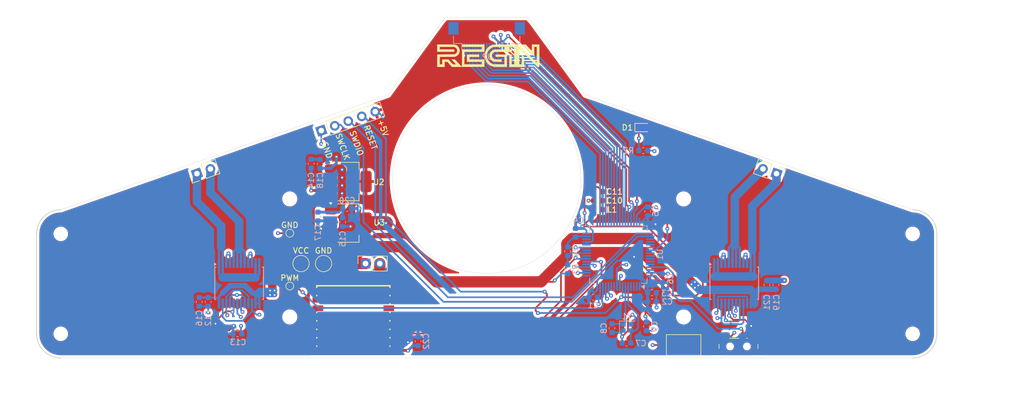
<source format=kicad_pcb>
(kicad_pcb (version 20240108) (generator "pcbnew") (generator_version "8.0")
  (layers (0 "F.Cu" signal) (1 "In1.Cu" signal) (2 "In2.Cu" signal) (31 "B.Cu" signal) (34 "B.Paste" user) (35 "F.Paste" user) (36 "B.SilkS" user "B.Silkscreen") (37 "F.SilkS" user "F.Silkscreen") (38 "B.Mask" user) (39 "F.Mask" user) (44 "Edge.Cuts" user))
  (net 0 "")
  (net 1 "+3.3V")
  (net 2 "GND")
  (net 3 "/HSE_IN")
  (net 4 "/HSE_OUT")
  (net 5 "RESET")
  (net 6 "VREF+")
  (net 7 "VDC")
  (net 8 "Net-(C14-Pad2)")
  (net 9 "+5V")
  (net 10 "PD2")
  (net 11 "Net-(D1-K)")
  (net 12 "PA12")
  (net 13 "PA11")
  (net 14 "PB13")
  (net 15 "PC6")
  (net 16 "PB14")
  (net 17 "PB15")
  (net 18 "PA9")
  (net 19 "PC7")
  (net 20 "PA8")
  (net 22 "PC9")
  (net 23 "PA10")
  (net 24 "PC8")
  (net 25 "Net-(MOTOR_L1-Pin_2)")
  (net 26 "Net-(MOTOR_L1-Pin_1)")
  (net 27 "Net-(MOTOR_R1-Pin_2)")
  (net 28 "Net-(MOTOR_R1-Pin_1)")
  (net 29 "SWCLK")
  (net 30 "SWDIO")
  (net 31 "PB1")
  (net 32 "BOOT0")
  (net 33 "PA2")
  (net 34 "PB4")
  (net 35 "PA15")
  (net 36 "PA0")
  (net 37 "PC15")
  (net 38 "PB5")
  (net 39 "PC2")
  (net 40 "PA7")
  (net 41 "PB7")
  (net 42 "PB9")
  (net 43 "PC5")
  (net 44 "PC1")
  (net 45 "PA1")
  (net 46 "PC14")
  (net 47 "PB0")
  (net 48 "PC10")
  (net 49 "PB6")
  (net 50 "PA4")
  (net 51 "PB10")
  (net 52 "PC13")
  (net 53 "PC3")
  (net 54 "PA6")
  (net 55 "PA5")
  (net 56 "PC0")
  (net 57 "PB3")
  (net 58 "PC12")
  (net 59 "PC11")
  (net 60 "PB2")
  (net 61 "PB11")
  (net 62 "PA3")
  (net 63 "PC4")
  (net 64 "PB12")
  (footprint "TestPoint:TestPoint_Pad_D2.5mm" (layer "F.Cu") (at 67 215)
    (property "Reference" "VCC")
    (property "Value" "TestPoint" (hide yes))
  )
  (footprint "Capacitor_SMD:C_0603_1608Metric" (layer "F.Cu") (at 119.775 202.2 180)
    (property "Reference" "C11")
    (property "Value" "100n")
  )
  (footprint "MountingHole:MountingHole_2.2mm_M2" (layer "F.Cu") (at 65 224.5)
    (property "Reference" "H4" (hide yes))
    (property "Value" "MountingHole" (hide yes))
  )
  (footprint "Connector_PinHeader_2.54mm:PinHeader_1x02_P2.54mm_Vertical" (layer "F.Cu") (at 48.5 199 109.333)
    (property "Reference" "MOTOR_L1" (hide yes))
    (property "Value" "Conn_01x02" (hide yes))
  )
  (footprint "MountingHole:MountingHole_2.2mm_M2" (layer "F.Cu") (at 135 224.5)
    (property "Reference" "H1" (hide yes))
    (property "Value" "MountingHole" (hide yes))
  )
  (footprint "Package_TO_SOT_SMD:SOT-223-3_TabPin2" (layer "F.Cu") (at 75.4 207.8)
    (property "Reference" "U3")
    (property "Value" "LM1117MP-3.3" (hide yes))
  )
  (footprint "Package_TO_SOT_SMD:SOT-223-3_TabPin2" (layer "F.Cu") (at 75.4 200.4)
    (property "Reference" "U2")
    (property "Value" "LM1117MP-5.0" (hide yes))
  )
  (footprint "Button_Switch_SMD:SW_SPDT_PCM12" (layer "F.Cu") (at 144.75 229.425)
    (property "Reference" "SW1" (hide yes))
    (property "Value" "SW_DPDT_x2" (hide yes))
  )
  (footprint "LED_SMD:LED_0603_1608Metric" (layer "F.Cu") (at 127.8125 190.8)
    (property "Reference" "D1")
    (property "Value" "LED")
  )
  (footprint "TestPoint:TestPoint_Pad_D2.5mm" (layer "F.Cu") (at 71 215)
    (property "Reference" "GND")
    (property "Value" "TestPoint" (hide yes))
  )
  (footprint "MountingHole:MountingHole_2.2mm_M2" (layer "F.Cu") (at 65 203.5)
    (property "Reference" "H2" (hide yes))
    (property "Value" "MountingHole" (hide yes))
  )
  (footprint "MountingHole:MountingHole_2.2mm_M2" (layer "F.Cu") (at 135 203.5)
    (property "Reference" "H3" (hide yes))
    (property "Value" "MountingHole" (hide yes))
  )
  (footprint "Button_Switch_SMD:SW_SPST_CK_RS282G05A3" (layer "F.Cu") (at 135 229.5)
    (property "Reference" "RESET1" (hide yes))
    (property "Value" "SW_SPST")
  )
  (footprint "Connector_PinSocket_2.54mm:PinSocket_1x02_P2.54mm_Vertical" (layer "F.Cu") (at 78.46 215 90)
    (property "Reference" "VIN1" (hide yes))
    (property "Value" "Conn_01x02" (hide yes))
  )
  (footprint "hc-04:hc-04" (layer "F.Cu") (at 76.3 225.2 180)
    (property "Reference" "U6" (hide yes))
    (property "Value" "HC-04S" (hide yes))
  )
  (footprint "MountingHole:MountingHole_2.1mm" (layer "F.Cu") (at 24.3 209.72)
    (property "Reference" "REF**" (hide yes))
    (property "Value" "MountingHole_2.1mm" (hide yes))
  )
  (footprint "Connector_PinHeader_2.54mm:PinHeader_1x02_P2.54mm_Vertical" (layer "F.Cu") (at 151.5 199 -109.333)
    (property "Reference" "MOTOR_R1" (hide yes))
    (property "Value" "Conn_01x02" (hide yes))
  )
  (footprint "MountingHole:MountingHole_2.1mm" (layer "F.Cu") (at 24.3 227.5)
    (property "Reference" "REF**" (hide yes))
    (property "Value" "MountingHole_2.1mm" (hide yes))
  )
  (footprint "TestPoint:TestPoint_Pad_D1.0mm" (layer "F.Cu") (at 65 219)
    (property "Reference" "PWM")
    (property "Value" "TestPoint" (hide yes))
  )
  (footprint "Inductor_SMD:L_0603_1608Metric" (layer "F.Cu") (at 119.7625 205.4)
    (property "Reference" "L1")
    (property "Value" "L")
  )
  (footprint "MountingHole:MountingHole_2.1mm" (layer "F.Cu") (at 175.699999 209.720002)
    (property "Reference" "REF**" (hide yes))
    (property "Value" "MountingHole_2.1mm" (hide yes))
  )
  (footprint "MountingHole:MountingHole_2.1mm" (layer "F.Cu") (at 175.699999 227.5)
    (property "Reference" "REF**" (hide yes))
    (property "Value" "MountingHole_2.1mm" (hide yes))
  )
  (footprint "Capacitor_SMD:C_0603_1608Metric" (layer "F.Cu") (at 119.775 203.8 180)
    (property "Reference" "C10")
    (property "Value" "1u")
  )
  (footprint "Connector_PinHeader_2.54mm:PinHeader_1x05_P2.54mm_Vertical" (layer "F.Cu") (at 70.6 191.332445 109.333)
    (property "Reference" "PROG1" (hide yes))
    (property "Value" "Conn_01x05" (hide yes))
  )
  (footprint "TestPoint:TestPoint_Pad_D1.0mm" (layer "F.Cu") (at 65 209.6)
    (property "Reference" "GND")
    (property "Value" "TestPoint" (hide yes))
  )
  (footprint "Capacitor_SMD:C_0603_1608Metric" (layer "B.Cu") (at 87.8 228.825 90)
    (property "Reference" "C22")
    (property "Value" "0.1u")
  )
  (footprint "Capacitor_SMD:C_0603_1608Metric" (layer "B.Cu") (at 68.8 197.225 90)
    (property "Reference" "C14")
    (property "Value" "10u")
  )
  (footprint "Capacitor_SMD:C_0603_1608Metric" (layer "B.Cu") (at 114.4 212.825 90)
    (property "Reference" "R4")
    (property "Value" "200K")
  )
  (footprint "Capacitor_SMD:C_0603_1608Metric" (layer "B.Cu") (at 129.375 221.8)
    (property "Reference" "C2")
    (property "Value" "100n")
  )
  (footprint "Capacitor_SMD:C_0603_1608Metric" (layer "B.Cu") (at 74.4 207.625 90)
    (property "Reference" "C15")
    (property "Value" "10u")
  )
  (footprint "Package_SO:SSOP-24_5.3x8.2mm_P0.65mm" (layer "B.Cu") (at 144 218.5 -90)
    (property "Reference" "U5" (hide yes))
    (property "Value" "TB6612FNG")
  )
  (footprint "Capacitor_SMD:C_0603_1608Metric" (layer "B.Cu") (at 118.925 221)
    (property "Reference" "C1")
    (property "Value" "4u7")
  )
  (footprint "Capacitor_SMD:C_0603_1608Metric" (layer "B.Cu") (at 114.4 216 90)
    (property "Reference" "R3")
    (property "Value" "330K")
  )
  (footprint "Capacitor_SMD:C_0603_1608Metric" (layer "B.Cu") (at 75.2 205.2 180)
    (property "Reference" "C20")
    (property "Value" "0.1u")
  )
  (footprint "Capacitor_SMD:C_0603_1608Metric" (layer "B.Cu") (at 149.8 218.8 90)
    (property "Reference" "C21")
    (property "Value" "10u")
  )
  (footprint "Capacitor_SMD:C_0603_1608Metric" (layer "B.Cu") (at 70 206.625 90)
    (property "Reference" "C17")
    (property "Value" "10u")
  )
  (footprint "Capacitor_SMD:C_0603_1608Metric" (layer "B.Cu") (at 55.7 227.5)
    (property "Reference" "C13")
    (property "Value" "0.1u")
  )
  (footprint "Capacitor_SMD:C_0603_1608Metric" (layer "B.Cu") (at 122.25 226.5 -90)
    (property "Reference" "C8")
    (property "Value" "6p8")
  )
  (footprint "Capacitor_SMD:C_0603_1608Metric" (layer "B.Cu") (at 127.825 194.9)
    (property "Reference" "R2")
    (property "Value" "510")
  )
  (footprint "Capacitor_SMD:C_0603_1608Metric" (layer "B.Cu") (at 131.2 217.6 90)
    (property "Reference" "C6")
    (property "Value" "100n")
  )
  (footprint "Capacitor_SMD:C_0603_1608Metric" (layer "B.Cu") (at 50.5 221.825 -90)
    (property "Reference" "C12")
    (property "Value" "0.1u")
  )
  (footprint "Capacitor_SMD:C_0603_1608Metric" (layer "B.Cu") (at 128.6 205.7 90)
    (property "Reference" "C5")
    (property "Value" "100n")
  )
  (footprint "Capacitor_SMD:C_0603_1608Metric" (layer "B.Cu") (at 115.8 209.525 -90)
    (property "Reference" "C4")
    (property "Value" "100n")
  )
  (footprint "Connector_FFC-FPC:Hirose_FH12-17S-0.5SH_1x17-1MP_P0.50mm_Horizontal" (layer "B.Cu") (at 100 174.55)
    (property "Reference" "J2")
    (property "Value" "Conn_01x17")
  )
  (footprint "Capacitor_SMD:C_0603_1608Metric" (layer "B.Cu") (at 124.825 229.125 180)
    (property "Reference" "C7")
    (property "Value" "6p8")
  )
  (footprint "Package_SO:SSOP-24_5.3x8.2mm_P0.65mm" (layer "B.Cu") (at 56 218.5 -90)
    (property "Reference" "U4" (hide yes))
    (property "Value" "TB6612FNG")
  )
  (footprint "Capacitor_SMD:C_0603_1608Metric" (layer "B.Cu") (at 48.9 221.825 -90)
    (property "Reference" "C16")
    (property "Value" "10u")
  )
  (footprint "Capacitor_SMD:C_0603_1608Metric" (layer "B.Cu") (at 128.4 226.175 90)
    (property "Reference" "C9")
    (property "Value" "100n")
  )
  (footprint "Capacitor_SMD:C_0603_1608Metric" (layer "B.Cu") (at 70.4 197.275 90)
    (property "Reference" "C18")
    (property "Value" "10u")
  )
  (footprint "Capacitor_SMD:C_0603_1608Metric" (layer "B.Cu") (at 129.375 220.2)
    (property "Reference" "C3")
    (property "Value" "100n")
  )
  (footprint "Crystal:Crystal_SMD_2016-4Pin_2.0x1.6mm" (layer "B.Cu") (at 124.95 226.375)
    (property "Reference" "Y1")
    (property "Value" "Crystal_GND24" (hide yes))
  )
  (footprint "Capacitor_SMD:C_0603_1608Metric" (layer "B.Cu") (at 151.4 218.8 90)
    (property "Reference" "C19")
    (property "Value" "0.1u")
  )
  (footprint "Package_QFP:LQFP-64_10x10mm_P0.5mm" (layer "B.Cu") (at 123.4 213.4 90)
    (property "Reference" "U1")
    (property "Value" "STM32G474RBTx")
  )
  (gr_poly (pts (xy 99.6 176.667776) (xy 99.587956 177.323876) (xy 97.821863 177.332541) (xy 96.05577 177.341207) (xy 96.04522 178.442534) (xy 96.034671 179.543862) (xy 97.593033 179.543902) (xy 99.151394 179.543942) (xy 99.137798 179.325607) (xy 99.124203 179.107272) (xy 96.472488 179.107272) (xy 96.472488 177.797585) (xy 97.544051 177.797585) (xy 98.645379 177.797128) (xy 98.64692 177.797391) (xy 98.648472 177.798215) (xy 98.650033 177.799585) (xy 98.6516 177.801489) (xy 98.65317 177.803912) (xy 98.654741 177.80684) (xy 98.657873 177.814156) (xy 98.660976 177.823325) (xy 98.664027 177.834237) (xy 98.667006 177.846779) (xy 98.66989 177.86084) (xy 98.67266 177.876309) (xy 98.675292 177.893074) (xy 98.677767 177.911024) (xy 98.680063 177.930048) (xy 98.682157 177.950033) (xy 98.68403 177.970868) (xy 98.685659 177.992443) (xy 98.687024 178.014644) (xy 98.698903 178.232618) (xy 97.813898 178.243304) (xy 96.928894 178.25399) (xy 96.928894 178.650866) (xy 98.258425 178.670709) (xy 99.587956 178.690553) (xy 99.587956 180.00024) (xy 96.705265 180.01042) (xy 93.822575 180.0206) (xy 93.411204 179.566162) (xy 92.999832 179.111725) (xy 92.771629 179.109498) (xy 92.543426 179.107271) (xy 92.543426 180.020084) (xy 91.194051 180.020084) (xy 91.194051 178.908882) (xy 91.196965 178.123719) (xy 91.20012 177.884603) (xy 91.203972 177.796465) (xy 92.761707 177.772411) (xy 94.30952 177.749524) (xy 94.461855 177.651632) (xy 94.500761 177.624684) (xy 94.536804 177.595782) (xy 94.569996 177.56507) (xy 94.600352 177.532688) (xy 94.627884 177.498779) (xy 94.652608 177.463485) (xy 94.674535 177.426947) (xy 94.69368 177.389307) (xy 94.710056 177.350707) (xy 94.723677 177.311289) (xy 94.734557 177.271195) (xy 94.742709 177.230566) (xy 94.748146 177.189545) (xy 94.750883 177.148273) (xy 94.750933 177.106891) (xy 94.748309 177.065543) (xy 94.743025 177.02437) (xy 94.735094 176.983513) (xy 94.724531 176.943114) (xy 94.711349 176.903316) (xy 94.695561 176.86426) (xy 94.677181 176.826087) (xy 94.656223 176.788941) (xy 94.6327 176.752962) (xy 94.606626 176.718292) (xy 94.578014 176.685074) (xy 94.546878 176.653449) (xy 94.513232 176.623559) (xy 94.477089 176.595546) (xy 94.438462 176.569551) (xy 94.397366 176.545717) (xy 94.353814 176.524185) (xy 94.190457 176.450001) (xy 91.670301 176.448255) (xy 91.670301 176.884817) (xy 94.130925 176.884817) (xy 94.2103 176.964192) (xy 94.227137 176.981674) (xy 94.241832 176.998395) (xy 94.248379 177.006514) (xy 94.254393 177.014498) (xy 94.259877 177.022362) (xy 94.264832 177.030127) (xy 94.269257 177.037809) (xy 94.273156 177.045427) (xy 94.276528 177.052998) (xy 94.279375 177.060541) (xy 94.281699 177.068074) (xy 94.2835 177.075614) (xy 94.284779 177.08318) (xy 94.285539 177.09079) (xy 94.285779 177.098461) (xy 94.285501 177.106212) (xy 94.284707 177.11406) (xy 94.283397 177.122025) (xy 94.281573 177.130123) (xy 94.279235 177.138372) (xy 94.276386 177.146792) (xy 94.273025 177.155399) (xy 94.269155 177.164212) (xy 94.264777 177.173248) (xy 94.259891 177.182526) (xy 94.254499 177.192064) (xy 94.242202 177.211992) (xy 94.227894 177.233174) (xy 94.166112 177.32138) (xy 91.194051 177.32138) (xy 91.194051 176.011693) (xy 92.714816 176.011693) (xy 93.293052 176.012679) (xy 93.737397 176.017652) (xy 94.070008 176.029631) (xy 94.201337 176.039191) (xy 94.313043 176.051635) (xy 94.407893 176.06734) (xy 94.488659 176.086684) (xy 94.558109 176.110045) (xy 94.619014 176.137798) (xy 94.674142 176.170323) (xy 94.726265 176.207997) (xy 94.832571 176.300299) (xy 94.885687 176.352395) (xy 94.93454 176.406688) (xy 94.979159 176.462989) (xy 95.019573 176.52111) (xy 95.05581 176.58086) (xy 95.087897 176.642052) (xy 95.115865 176.704496) (xy 95.13974 176.768003) (xy 95.159552 176.832384) (xy 95.175328 176.89745) (xy 95.187098 176.963012) (xy 95.19489 177.02888) (xy 95.198732 177.094866) (xy 95.198652 177.160781) (xy 95.19468 177.226435) (xy 95.186843 177.29164) (xy 95.17517 177.356207) (xy 95.159689 177.419946) (xy 95.140428 177.482668) (xy 95.117417 177.544184) (xy 95.090684 177.604306) (xy 95.060256 177.662844) (xy 95.026163 177.719609) (xy 94.988432 177.774413) (xy 94.947093 177.827065) (xy 94.902174 177.877377) (xy 94.853702 177.92516) (xy 94.801707 177.970225) (xy 94.746217 178.012383) (xy 94.687261 178.051444) (xy 94.624866 178.08722) (xy 94.559061 178.119521) (xy 94.349207 178.214348) (xy 93.009754 178.22667) (xy 91.670301 178.238992) (xy 91.670301 179.543879) (xy 91.87866 179.54392) (xy 92.08702 179.54396) (xy 92.08702 178.690579) (xy 92.642645 178.681433) (xy 93.19827 178.672287) (xy 93.595144 179.107215) (xy 93.992019 179.542142) (xy 94.268685 179.542999) (xy 94.545351 179.543861) (xy 94.308022 179.295814) (xy 94.088536 179.065254) (xy 93.894108 178.859252) (xy 93.717524 178.670736) (xy 94.033366 178.672879) (xy 94.349207 178.675022) (xy 94.938418 179.30788) (xy 95.170027 179.553607) (xy 95.365084 179.754836) (xy 95.442495 179.832274) (xy 95.503076 179.890801) (xy 95.544264 179.927821) (xy 95.556785 179.937454) (xy 95.563495 179.940738) (xy 95.565423 179.938863) (xy 95.567316 179.933287) (xy 95.570992 179.911328) (xy 95.577851 179.826263) (xy 95.58396 179.690286) (xy 95.589208 179.508141) (xy 95.593484 179.284573) (xy 95.596676 179.024326) (xy 95.598673 178.732143) (xy 95.599363 178.412769) (xy 95.599363 176.8848) (xy 99.13155 176.8848) (xy 99.13155 176.448238) (xy 95.599363 176.448238) (xy 95.599363 176.011675) (xy 99.612044 176.011675)) (stroke (width -0.000001)) (fill solid) (layer "F.SilkS"))
  (gr_poly (pts (xy 107.448373 176.544433) (xy 107.652912 176.758211) (xy 107.733959 176.842199) (xy 107.80229 176.910927) (xy 107.85898 176.964401) (xy 107.883295 176.985419) (xy 107.905103 177.002626) (xy 107.924538 177.016023) (xy 107.941734 177.025609) (xy 107.956825 177.031387) (xy 107.969947 177.033355) (xy 107.981232 177.031516) (xy 107.990816 177.02587) (xy 107.998833 177.016417) (xy 108.005417 177.003159) (xy 108.010703 176.986096) (xy 108.014824 176.965228) (xy 108.020111 176.912083) (xy 108.022352 176.84373) (xy 108.022623 176.760174) (xy 108.021551 176.547476) (xy 108.021551 176.011694) (xy 109.370926 176.011694) (xy 109.370926 180.020131) (xy 109.033941 180.020131) (xy 107.416495 178.403047) (xy 105.799051 176.785963) (xy 105.799051 179.543881) (xy 106.235613 179.543881) (xy 106.235613 177.820188) (xy 106.453893 178.035758) (xy 106.672175 178.251328) (xy 106.672175 180.020133) (xy 104.013112 180.020133) (xy 104.013112 177.804979) (xy 104.231448 177.791384) (xy 104.449784 177.777789) (xy 104.449744 178.660836) (xy 104.449704 179.543883) (xy 104.886267 179.543883) (xy 104.886267 176.448258) (xy 104.052829 176.448258) (xy 104.052829 176.884821) (xy 104.449704 176.884821) (xy 104.449664 177.113024) (xy 104.449624 177.341227) (xy 101.4077 177.341227) (xy 101.246797 177.447748) (xy 101.208351 177.474921) (xy 101.172471 177.503757) (xy 101.139154 177.534142) (xy 101.108397 177.565959) (xy 101.080198 177.599094) (xy 101.054552 177.63343) (xy 101.031458 177.668852) (xy 101.010912 177.705245) (xy 100.992912 177.742493) (xy 100.977455 177.780481) (xy 100.964537 177.819092) (xy 100.954157 177.858211) (xy 100.94631 177.897724) (xy 100.940995 177.937513) (xy 100.938208 177.977464) (xy 100.937946 178.017462) (xy 100.940207 178.05739) (xy 100.944987 178.097132) (xy 100.952284 178.136575) (xy 100.962095 178.175601) (xy 100.974417 178.214095) (xy 100.989246 178.251942) (xy 101.006581 178.289027) (xy 101.026418 178.325233) (xy 101.048755 178.360445) (xy 101.073588 178.394548) (xy 101.100914 178.427425) (xy 101.130732 178.458962) (xy 101.163037 178.489043) (xy 101.197827 178.517552) (xy 101.235099 178.544374) (xy 101.27485 178.569393) (xy 101.413621 178.650914) (xy 102.0387 178.664323) (xy 102.663778 178.677732) (xy 102.663778 179.113748) (xy 101.959324 179.100437) (xy 101.254872 179.087126) (xy 101.091034 178.999664) (xy 101.017681 178.957161) (xy 100.949114 178.910706) (xy 100.885331 178.860567) (xy 100.826329 178.807014) (xy 100.772107 178.750317) (xy 100.722662 178.690746) (xy 100.677991 178.62857) (xy 100.638094 178.564058) (xy 100.602968 178.497481) (xy 100.57261 178.429108) (xy 100.547019 178.359209) (xy 100.526192 178.288053) (xy 100.510128 178.21591) (xy 100.498823 178.14305) (xy 100.492276 178.069743) (xy 100.490485 177.996257) (xy 100.493448 177.922863) (xy 100.501162 177.849831) (xy 100.513625 177.77743) (xy 100.530836 177.705929) (xy 100.552791 177.635598) (xy 100.579489 177.566708) (xy 100.610928 177.499527) (xy 100.647106 177.434326) (xy 100.688019 177.371373) (xy 100.733668 177.310939) (xy 100.784048 177.253294) (xy 100.839158 177.198706) (xy 100.898995 177.147446) (xy 100.963559 177.099783) (xy 101.032846 177.055987) (xy 101.106854 177.016328) (xy 101.334246 176.904665) (xy 102.237137 176.89206) (xy 103.140027 176.879455) (xy 103.140027 176.441048) (xy 102.177606 176.454919) (xy 101.215184 176.468791) (xy 100.954292 176.596118) (xy 100.844569 176.654399) (xy 100.74193 176.718429) (xy 100.646374 176.787825) (xy 100.557902 176.862206) (xy 100.476513 176.941189) (xy 100.402207 177.024391) (xy 100.334984 177.111431) (xy 100.274844 177.201926) (xy 100.221786 177.295492) (xy 100.17581 177.391749) (xy 100.136916 177.490314) (xy 100.105103 177.590804) (xy 100.080373 177.692836) (xy 100.062724 177.796029) (xy 100.052156 177.9) (xy 100.048669 178.004367) (xy 100.052263 178.108747) (xy 100.062937 178.212758) (xy 100.080692 178.316017) (xy 100.105527 178.418142) (xy 100.137443 178.518751) (xy 100.176438 178.617461) (xy 100.222512 178.71389) (xy 100.275666 178.807655) (xy 100.3359 178.898375) (xy 100.403212 178.985666) (xy 100.477604 179.069146) (xy 100.559073 179.148434) (xy 100.647622 179.223145) (xy 100.743249 179.292899) (xy 100.845953 179.357313) (xy 100.955736 179.416003) (xy 101.175497 179.524024) (xy 102.157762 179.537007) (xy 103.140027 179.549991) (xy 103.140027 178.235874) (xy 102.3562 178.225114) (xy 101.572371 178.214353) (xy 101.572371 177.79393) (xy 102.584403 177.793457) (xy 103.596434 177.792985) (xy 103.596434 180.000287) (xy 102.544715 180.005686) (xy 102.118398 180.005127) (xy 101.7351 179.999613) (xy 101.436797 179.990072) (xy 101.332635 179.984081) (xy 101.265462 179.977431) (xy 101.265422 179.977433) (xy 101.093414 179.944594) (xy 100.930265 179.89876) (xy 100.776085 179.840684) (xy 100.630986 179.771119) (xy 100.49508 179.690817) (xy 100.368478 179.600531) (xy 100.251292 179.501014) (xy 100.143633 179.393019) (xy 100.045613 179.277297) (xy 99.957343 179.154602) (xy 99.878935 179.025686) (xy 99.8105 178.891303) (xy 99.75215 178.752204) (xy 99.703996 178.609143) (xy 99.66615 178.462871) (xy 99.638723 178.314143) (xy 99.621827 178.163709) (xy 99.615574 178.012324) (xy 99.620074 177.86074) (xy 99.63544 177.709708) (xy 99.661782 177.559983) (xy 99.699213 177.412317) (xy 99.747844 177.267462) (xy 99.807786 177.126171) (xy 99.879152 176.989197) (xy 99.962051 176.857292) (xy 100.056597 176.73121) (xy 100.1629 176.611702) (xy 100.281072 176.499521) (xy 100.411225 176.395421) (xy 100.553469 176.300153) (xy 100.707918 176.21447) (xy 100.778364 176.179784) (xy 100.845315 176.149294) (xy 100.878641 176.135538) (xy 100.912485 176.12273) (xy 100.947312 176.110835) (xy 100.983587 176.09982) (xy 101.021773 176.089652) (xy 101.062336 176.080296) (xy 101.105738 176.07172) (xy 101.152444 176.063888) (xy 101.202919 176.056767) (xy 101.257627 176.050324) (xy 101.317032 176.044524) (xy 101.381599 176.039335) (xy 101.528072 176.030651) (xy 101.700761 176.024001) (xy 101.90338 176.019115) (xy 102.139643 176.015724) (xy 102.413263 176.013556) (xy 102.727956 176.012342) (xy 103.495411 176.011695) (xy 105.659783 176.011695) (xy 107.277229 177.628779) (xy 108.894675 179.245863) (xy 108.894675 176.448258) (xy 108.458113 176.448258) (xy 108.458113 178.176601) (xy 107.376628 177.10407) (xy 106.295143 176.03154) (xy 106.612643 176.018573) (xy 106.930144 176.005606)) (stroke (width -0.000001)) (fill solid) (layer "F.SilkS"))
  (gr_line (start 24.3 231.800001) (end 34.3 231.800001) (stroke (width 0.05)) (layer "Edge.Cuts"))
  (gr_arc (start 24.3 231.800001) (mid 21.25944 230.54056) (end 20 227.500001) (stroke (width 0.15)) (layer "Edge.Cuts"))
  (gr_arc (start 180 227.500001) (mid 178.740559 230.54056) (end 175.7 231.800001) (stroke (width 0.15)) (layer "Edge.Cuts"))
  (gr_line (start 82.5 185) (end 92 172) (stroke (width 0.05)) (layer "Edge.Cuts"))
  (gr_line (start 24.3 205.420001) (end 82.5 185) (stroke (width 0.05)) (layer "Edge.Cuts"))
  (gr_line (start 165.7 231.800001) (end 175.7 231.800001) (stroke (width 0.05)) (layer "Edge.Cuts"))
  (gr_arc (start 175.7 205.420001) (mid 178.740559 206.679442) (end 180 209.720001) (stroke (width 0.15)) (layer "Edge.Cuts"))
  (gr_line (start 92.7 171.2) (end 92 172) (stroke (width 0.05)) (layer "Edge.Cuts"))
  (gr_line (start 117.5 185) (end 175.7 205.420001) (stroke (width 0.05)) (layer "Edge.Cuts"))
  (gr_line (start 20 209.720001) (end 20 227.500001) (stroke (width 0.15)) (layer "Edge.Cuts"))
  (gr_arc (start 20 209.720001) (mid 21.25944 206.679441) (end 24.3 205.420001) (stroke (width 0.15)) (layer "Edge.Cuts"))
  (gr_line (start 180 209.720001) (end 180 227.500001) (stroke (width 0.15)) (layer "Edge.Cuts"))
  (gr_line (start 34.3 231.800001) (end 165.7 231.800001) (stroke (width 0.05)) (layer "Edge.Cuts"))
  (gr_circle (center 100 200) (end 116.75 200) (stroke (width 0.05)) (fill none) (layer "Edge.Cuts"))
  (gr_line (start 108 172) (end 117.5 185) (stroke (width 0.05)) (layer "Edge.Cuts"))
  (gr_line (start 92.7 171.2) (end 107.3 171.2) (stroke (width 0.05)) (layer "Edge.Cuts"))
  (gr_line (start 107.3 171.2) (end 108 172) (stroke (width 0.05)) (layer "Edge.Cuts"))
  (gr_text "SWCLK\n" (at 73 192 289.334) (layer "F.SilkS") (effects (font (size 1 1) (thickness 0.16)) (justify left bottom)))
  (gr_text "GND\n\n" (at 69 194 289.334) (layer "F.SilkS") (effects (font (size 1 1) (thickness 0.16)) (justify left bottom)))
  (gr_text "SWDIO" (at 75.5 191.5 289.334) (layer "F.SilkS") (effects (font (size 1 1) (thickness 0.16)) (justify left bottom)))
  (gr_text "+5V\n" (at 80.5 189.5 289.334) (layer "F.SilkS") (effects (font (size 1 1) (thickness 0.16)) (justify left bottom)))
  (gr_text "RESET\n" (at 78 190.5 289.334) (layer "F.SilkS") (effects (font (size 1 1) (thickness 0.16)) (justify left bottom)))
  (segment (start 133.1 220.7) (end 126.2 213.8) (width 0.3) (layer "F.Cu") (net 1))
  (segment (start 72.25 207.8) (end 71.6 207.8) (width 0.3) (layer "F.Cu") (net 1))
  (segment (start 137.255634 220.7) (end 133.1 220.7) (width 0.3) (layer "F.Cu") (net 1))
  (segment (start 128.5 208.4) (end 129.6 208.4) (width 0.3) (layer "F.Cu") (net 1))
  (segment (start 54.7 223.5) (end 54.8 223.6) (width 0.3) (layer "F.Cu") (net 1))
  (segment (start 128.5 208.4) (end 128.509188 208.4) (width 0.3) (layer "F.Cu") (net 1))
  (segment (start 118.975 206.425) (end 117 208.4) (width 0.3) (layer "F.Cu") (net 1))
  (segment (start 77.4 205.2) (end 77.4 206.65) (width 0.5) (layer "F.Cu") (net 1))
  (segment (start 51.8 225.31005) (end 53.61005 223.5) (width 0.3) (layer "F.Cu") (net 1))
  (segment (start 138.4 218.290812) (end 138.4 219.555634) (width 0.3) (layer "F.Cu") (net 1))
  (segment (start 82.1 207.8) (end 80.9 207.8) (width 2.5) (layer "F.Cu") (net 1))
  (segment (start 53 226.9) (end 54.225 226.9) (width 0.3) (layer "F.Cu") (net 1))
  (segment (start 78.55 207.8) (end 80.9 207.8) (width 2.5) (layer "F.Cu") (net 1))
  (segment (start 118.975 205.4) (end 118.975 206.425) (width 0.3) (layer "F.Cu") (net 1))
  (segment (start 129.6 208.4) (end 130 208) (width 0.3) (layer "F.Cu") (net 1))
  (segment (start 77.4 206.65) (end 78.55 207.8) (width 0.5) (layer "F.Cu") (net 1))
  (segment (start 147 226.1) (end 145.9 225) (width 0.3) (layer "F.Cu") (net 1))
  (segment (start 51.8 225.7) (end 51.8 225.31005) (width 0.3) (layer "F.Cu") (net 1))
  (segment (start 138.4 219.555634) (end 137.255634 220.7) (width 0.3) (layer "F.Cu") (net 1))
  (segment (start 117 208.4) (end 128.5 208.4) (width 0.3) (layer "F.Cu") (net 1))
  (segment (start 147 226.1) (end 147 228.24) (width 0.3) (layer "F.Cu") (net 1))
  (segment (start 138.4 218.290812) (end 128.509188 208.4) (width 0.3) (layer "F.Cu") (net 1))
  (segment (start 51.8 225.7) (end 53 226.9) (width 0.3) (layer "F.Cu") (net 1))
  (segment (start 85.9499 228.9499) (end 82.6001 228.9499) (width 0.5) (layer "F.Cu") (net 1))
  (segment (start 86 229) (end 85.9499 228.9499) (width 0.3) (layer "F.Cu") (net 1))
  (segment (start 54.225 226.9) (end 55.025 226.1) (width 0.3) (layer "F.Cu") (net 1))
  (segment (start 145.9 225) (end 143.810102 225) (width 0.3) (layer "F.Cu") (net 1))
  (segment (start 71.6 207.8) (end 70.6 208.8) (width 0.5) (layer "F.Cu") (net 1))
  (segment (start 53.61005 223.5) (end 54.7 223.5) (width 0.3) (layer "F.Cu") (net 1))
  (segment (start 143.810102 225) (end 143.074999 224.264897) (width 0.3) (layer "F.Cu") (net 1))
  (via (at 126.2 213.8) (size 0.7) (drill 0.3) (layers "F.Cu" "B.Cu") (net 1))
  (via (at 86 229) (size 0.7) (drill 0.3) (layers "F.Cu" "B.Cu") (net 1))
  (via (at 82.1 207.8) (size 0.7) (drill 0.3) (layers "F.Cu" "B.Cu") (net 1))
  (via (at 51.8 225.7) (size 0.7) (drill 0.3) (layers "F.Cu" "B.Cu") (net 1))
  (via (at 55.025 226.1) (size 0.7) (drill 0.3) (layers "F.Cu" "B.Cu") (net 1))
  (via (at 70.6 208.8) (size 0.7) (drill 0.3) (layers "F.Cu" "B.Cu") (net 1))
  (via (at 80.9 207.8) (size 0.7) (drill 0.3) (layers "F.Cu" "B.Cu") (net 1))
  (via (at 130 208) (size 0.6) (drill 0.3) (layers "F.Cu" "B.Cu") (net 1))
  (via (at 117 208.4) (size 0.7) (drill 0.3) (layers "F.Cu" "B.Cu") (net 1))
  (via (at 143.074999 224.264897) (size 0.7) (drill 0.3) (layers "F.Cu" "B.Cu") (net 1))
  (via (at 77.4 205.2) (size 0.7) (drill 0.3) (layers "F.Cu" "B.Cu") (net 1))
  (via (at 147 226.1) (size 0.7) (drill 0.3) (layers "F.Cu" "B.Cu") (net 1))
  (via (at 54.8 223.6) (size 0.7) (drill 0.3) (layers "F.Cu" "B.Cu") (net 1))
  (segment (start 130.425 218.375) (end 131.2 218.375) (width 0.3) (layer "B.Cu") (net 1))
  (segment (start 54.925 227.5) (end 54.925 226.2) (width 0.3) (layer "B.Cu") (net 1))
  (segment (start 127.35 207.725) (end 128.6 206.475) (width 0.3) (layer "B.Cu") (net 1))
  (segment (start 86.95 228.05) (end 86 229) (width 0.5) (layer "B.Cu") (net 1))
  (segment (start 127.15 206.95) (end 127.15 207.725) (width 0.3) (layer "B.Cu") (net 1))
  (segment (start 117.725 209.65) (end 117.725 209.125) (width 0.3) (layer "B.Cu") (net 1))
  (segment (start 129.975 217.15) (end 131.2 218.375) (width 0.3) (layer "B.Cu") (net 1))
  (segment (start 129.075 218.225) (end 129 218.3) (width 0.3) (layer "B.Cu") (net 1))
  (segment (start 129.075 217.15) (end 129.975 217.15) (width 0.3) (layer "B.Cu") (net 1))
  (segment (start 55.025 226.1) (end 55.025 226.125) (width 0.3) (layer "B.Cu") (net 1))
  (segment (start 128.6 220.2) (end 128.6 221.8) (width 0.3) (layer "B.Cu") (net 1))
  (segment (start 117.725 209.125) (end 117 208.4) (width 0.3) (layer "B.Cu") (net 1))
  (segment (start 125.08995 214.5) (end 123.2 214.5) (width 0.3) (layer "B.Cu") (net 1))
  (segment (start 70 207.4) (end 70 208.2) (width 0.5) (layer "B.Cu") (net 1))
  (segment (start 143.074999 224.264897) (end 143.025 224.214898) (width 0.3) (layer "B.Cu") (net 1))
  (segment (start 116.6 208.8) (end 117 208.4) (width 0.3) (layer "B.Cu") (net 1))
  (segment (start 87.8 228.05) (end 86.95 228.05) (width 0.5) (layer "B.Cu") (net 1))
  (segment (start 119.65 219.075) (end 119.65 219.7) (width 0.3) (layer "B.Cu") (net 1))
  (segment (start 127.15 219.075) (end 127.475 219.075) (width 0.3) (layer "B.Cu") (net 1))
  (segment (start 128.6 220.2) (end 130.425 218.375) (width 0.3) (layer "B.Cu") (net 1))
  (segment (start 119.65 218.05) (end 119.65 219.075) (width 0.3) (layer "B.Cu") (net 1))
  (segment (start 55.025 223.575) (end 54.8 223.6) (width 0.3) (layer "B.Cu") (net 1))
  (segment (start 129.075 217.15) (end 129.075 218.225) (width 0.3) (layer "B.Cu") (net 1))
  (segment (start 54.8 223.6) (end 55 223.6) (width 0.3) (layer "B.Cu") (net 1))
  (segment (start 127.475 216.88505) (end 125.08995 214.5) (width 0.3) (layer "B.Cu") (net 1))
  (segment (start 127.475 219.075) (end 127.475 216.88505) (width 0.3) (layer "B.Cu") (net 1))
  (segment (start 127.475 219.075) (end 128.6 220.2) (width 0.3) (layer "B.Cu") (net 1))
  (segment (start 123.2 214.5) (end 119.65 218.05) (width 0.3) (layer "B.Cu") (net 1))
  (segment (start 115.4 208.8) (end 116.6 208.8) (width 0.3) (layer "B.Cu") (net 1))
  (segment (start 125.5 214.5) (end 125.08995 214.5) (width 0.3) (layer "B.Cu") (net 1))
  (segment (start 54.925 226.2) (end 55.025 226.1) (width 0.3) (layer "B.Cu") (net 1))
  (segment (start 119.65 219.7) (end 118.35 221) (width 0.3) (layer "B.Cu") (net 1))
  (segment (start 126.2 213.8) (end 125.5 214.5) (width 0.3) (layer "B.Cu") (net 1))
  (segment (start 55.025 226.125) (end 54.925 226.225) (width 0.3) (layer "B.Cu") (net 1))
  (segment (start 143.025 224.214898) (end 143.025 222.1) (width 0.3) (layer "B.Cu") (net 1))
  (segment (start 75.975 205.2) (end 77.4 205.2) (width 0.5) (layer "B.Cu") (net 1))
  (segment (start 55.025 222.1) (end 55.025 223.575) (width 0.3) (layer "B.Cu") (net 1))
  (segment (start 70 208.2) (end 70.6 208.8) (width 0.5) (layer "B.Cu") (net 1))
  (segment (start 127.15 207.725) (end 127.35 207.725) (width 0.3) (layer "B.Cu") (net 1))
  (segment (start 118.1 203.8) (end 119 203.8) (width 0.3) (layer "F.Cu") (net 2))
  (segment (start 72.25 198.1) (end 74.1 198.1) (width 1.5) (layer "F.Cu") (net 2))
  (segment (start 144 227.365) (end 143.37 227.995) (width 0.3) (layer "F.Cu") (net 2))
  (segment (start 85.9501 230.4501) (end 86 230.5) (width 0.3) (layer "F.Cu") (net 2))
  (segment (start 72.9 205.5) (end 74.3 204.1) (width 1.5) (layer "F.Cu") (net 2))
  (segment (start 72.25 205.5) (end 72.9 205.5) (width 1.5) (layer "F.Cu") (net 2))
  (segment (start 74.3 202.5) (end 74.3 201.1) (width 1.5) (layer "F.Cu") (net 2))
  (segment (start 129.6 229.5) (end 129.5 229.6) (width 0.3) (layer "F.Cu") (net 2))
  (segment (start 74.3 201.1) (end 74.3 199.7) (width 1.5) (layer "F.Cu") (net 2))
  (segment (start 82.5998 230.4501) (end 85.9501 230.4501) (width 0.5) (layer "F.Cu") (net 2))
  (segment (start 119 202.2) (end 119 203.8) (width 0.3) (layer "F.Cu") (net 2))
  (segment (start 74.1 198.1) (end 74.3 198.3) (width 0.3) (layer "F.Cu") (net 2))
  (segment (start 81 216.56) (end 81 215) (width 2) (layer "F.Cu") (net 2))
  (segment (start 144 227.3) (end 144 227.365) (width 0.3) (layer "F.Cu") (net 2))
  (segment (start 67 215) (end 69.45 217.45) (width 2) (layer "F.Cu") (net 2))
  (segment (start 65.1 209.6) (end 62.9 209.6) (width 0.3) (layer "F.Cu") (net 2))
  (segment (start 80.11 217.45) (end 81 216.56) (width 2) (layer "F.Cu") (net 2))
  (segment (start 74.3 199.7) (end 74.3 198.3) (width 1.5) (layer "F.Cu") (net 2))
  (segment (start 69.45 217.45) (end 80.11 217.45) (width 2) (layer "F.Cu") (net 2))
  (segment (start 143.37 227.995) (end 142.5 227.995) (width 0.3) (layer "F.Cu") (net 2))
  (segment (start 125.1 226.975) (end 125.1 224.9) (width 0.3) (layer "F.Cu") (net 2))
  (segment (start 86 230.5) (end 85.9 230.4) (width 0.3) (layer "F.Cu") (net 2))
  (segment (start 62.9 209.6) (end 62.8 209.6) (width 0.3) (layer "F.Cu") (net 2))
  (segment (start 125.1 224.9) (end 125.9 224.1) (width 0.3) (layer "F.Cu") (net 2))
  (segment (start 74.3 204.1) (end 74.3 202.5) (width 1.5) (layer "F.Cu") (net 2))
  (segment (start 131.1 229.5) (end 129.6 229.5) (width 0.3) (layer "F.Cu") (net 2))
  (segment (start 124.05 228.025) (end 125.1 226.975) (width 0.3) (layer "F.Cu") (net 2))
  (via (at 74.3 201.1) (size 0.6) (drill 0.3) (layers "F.Cu" "B.Cu") (net 2))
  (via (at 118.1 203.8) (size 0.7) (drill 0.3) (layers "F.Cu" "B.Cu") (net 2))
  (via (at 70.6 193.7) (size 0.7) (drill 0.3) (layers "F.Cu" "B.Cu") (net 2))
  (via (at 119.9 222.2) (size 0.7) (drill 0.3) (layers "F.Cu" "B.Cu") (net 2))
  (via (at 125.9 224.1) (size 0.7) (drill 0.3) (layers "F.Cu" "B.Cu") (net 2))
  (via (at 74.3 202.5) (size 0.6) (drill 0.3) (layers "F.Cu" "B.Cu") (net 2))
  (via (at 74.3 199.7) (size 0.6) (drill 0.3) (layers "F.Cu" "B.Cu") (net 2))
  (via (at 130.2 222.8) (size 0.7) (drill 0.3) (layers "F.Cu" "B.Cu") (net 2))
  (via (at 129.8 195) (size 0.7) (drill 0.3) (layers "F.Cu" "B.Cu") (net 2))
  (via (at 152.9 218) (size 0.7) (drill 0.3) (layers "F.Cu" "B.Cu") (net 2))
  (via (at 130.1 205) (size 0.7) (drill 0.3) (layers "F.Cu" "B.Cu") (net 2))
  (via (at 86 230.5) (size 0.7) (drill 0.3) (layers "F.Cu" "B.Cu") (net 2))
  (via (at 115.8 212.1) (size 0.7) (drill 0.3) (layers "F.Cu" "B.Cu") (net 2))
  (via (at 56.325 226.1) (size 0.7) (drill 0.3) (layers "F.Cu" "B.Cu") (net 2))
  (via (at 144.275 223.4) (size 0.7) (drill 0.3) (layers "F.Cu" "B.Cu") (net 2))
  (via (at 144 227.3) (size 0.7) (drill 0.3) (layers "F.Cu" "B.Cu") (net 2))
  (via (at 74.3 198.3) (size 0.7) (drill 0.3) (layers "F.Cu" "B.Cu") (net 2))
  (via (at 62.9 209.6) (size 0.7) (drill 0.3) (layers "F.Cu" "B.Cu") (net 2))
  (via (at 56.6 223.6) (size 0.7) (drill 0.3) (layers "F.Cu" "B.Cu") (net 2))
  (via (at 146 213.4) (size 0.7) (drill 0.3) (layers "F.Cu" "B.Cu") (net 2))
  (via (at 129.5 229.5) (size 0.7) (drill 0.3) (layers "F.Cu" "B.Cu") (net 2))
  (via (at 104.8 176.45) (size 0.7) (drill 0.3) (layers "F.Cu" "B.Cu") (net 2))
  (via (at 58 213.2) (size 0.7) (drill 0.3) (layers "F.Cu" "B.Cu") (net 2))
  (via (at 54.1 213.2) (size 0.7) (drill 0.3) (layers "F.Cu" "B.Cu") (net 2))
  (via (at 132.2 216.8) (size 0.7) (drill 0.3) (layers "F.Cu" "B.Cu") (net 2))
  (via (at 50.5 223.7) (size 0.7) (drill 0.3) (layers "F.Cu" "B.Cu") (net 2))
  (via (at 142.1 213.4) (size 0.7) (drill 0.3) (layers "F.Cu" "B.Cu") (net 2))
  (via (at 124.05 228.025) (size 0.7) (drill 0.3) (layers "F.Cu" "B.Cu") (net 2))
  (via (at 129.7 226.7) (size 0.7) (drill 0.3) (layers "F.Cu" "B.Cu") (net 2))
  (segment (start 115.75 212.15) (end 115.8 212.1) (width 0.3) (layer "B.Cu") (net 2))
  (segment (start 115.6 210.15) (end 115.4 210.35) (width 0.3) (layer "B.Cu") (net 2))
  (segment (start 145.625 213.775) (end 146 213.4) (width 0.3) (layer "B.Cu") (net 2))
  (segment (start 125.65 225.825) (end 126.4 225.075) (width 0.3) (layer "B.Cu") (net 2))
  (segment (start 132.175 216.825) (end 132.2 216.8) (width 0.3) (layer "B.Cu") (net 2))
  (segment (start 123.9 227.275) (end 124.25 226.925) (width 0.3) (layer "B.Cu") (net 2))
  (segment (start 130.1 205) (end 128.05 205) (width 0.3) (layer "B.Cu") (net 2))
  (segment (start 74.425 203.925) (end 74.3 203.8) (width 0.3) (layer "B.Cu") (net 2))
  (segment (start 74.3 203.8) (end 74.3 202.5) (width 0.3) (layer "B.Cu") (net 2))
  (segment (start 48.9 222.6) (end 50.5 222.6) (width 0.3) (layer "B.Cu") (net 2))
  (segment (start 126.65 206.4) (end 126.65 207.725) (width 0.3) (layer "B.Cu") (net 2))
  (segment (start 141.725 214.9) (end 141.725 213.775) (width 0.3) (layer "B.Cu") (net 2))
  (segment (start 103.5 176.4) (end 104 176.4) (width 0.3) (layer "B.Cu") (net 2))
  (segment (start 54.375 214.9) (end 54.375 213.475) (width 0.3) (layer "B.Cu") (net 2))
  (segment (start 104.75 176.4) (end 104.8 176.45) (width 0.3) (layer "B.Cu") (net 2))
  (segment (start 74.425 205.2) (end 73.775 205.85) (width 0.3) (layer "B.Cu") (net 2))
  (segment (start 124.05 227.675) (end 123.65 227.275) (width 0.3) (layer "B.Cu") (net 2))
  (segment (start 130.15 222.75) (end 130.2 222.8) (width 0.3) (layer "B.Cu") (net 2))
  (segment (start 130.15 221.8) (end 130.15 222.75) (width 0.3) (layer "B.Cu") (net 2))
  (segment (start 119.9 221) (end 119.9 222.2) (width 0.3) (layer "B.Cu") (net 2))
  (segment (start 74.425 205.2) (end 74.425 206.825) (width 0.5) (layer "B.Cu") (net 2))
  (segment (start 131.2 216.825) (end 132.175 216.825) (width 0.3) (layer "B.Cu") (net 2))
  (segment (start 115.8 212.1) (end 115.85 212.15) (width 0.3) (layer "B.Cu") (net 2))
  (segment (start 142.375 214.9) (end 142.375 213.675) (width 0.3) (layer "B.Cu") (net 2))
  (segment (start 114.4 211.35) (end 115.4 210.35) (width 0.3) (layer "B.Cu") (net 2))
  (segment (start 149.8 218.025) (end 150.8 218.025) (width 1) (layer "B.Cu") (net 2))
  (segment (start 128.4 226.95) (end 129.45 226.95) (width 0.3) (layer "B.Cu") (net 2))
  (segment (start 146.275 214.9) (end 146.275 213.675) (width 0.3) (layer "B.Cu") (net 2))
  (segment (start 144.325 222.1) (end 144.325 223.575) (width 0.3) (layer "B.Cu") (net 2))
  (segment (start 73.775 205.85) (end 70 205.85) (width 0.5) (layer "B.Cu") (net 2))
  (segment (start 114.4 212.05) (end 114.5 212.15) (width 0.3) (layer "B.Cu") (net 2))
  (segment (start 126.4 224.5) (end 126 224.1) (width 0.3) (layer "B.Cu") (net 2))
  (segment (start 56.325 227.35) (end 56.475 227.5) (width 0.3) (layer "B.Cu") (net 2))
  (segment (start 144.275 223.4) (end 144.3 223.425) (width 0.3) (layer "B.Cu") (net 2))
  (segment (start 145.625 214.9) (end 145.625 213.775) (width 0.3) (layer "B.Cu") (net 2))
  (segment (start 150.8 218.025) (end 151.4 218.025) (width 1) (layer "B.Cu") (net 2))
  (segment (start 114.4 212.05) (end 114.4 211.35) (width 0.3) (layer "B.Cu") (net 2))
  (segment (start 128.6 194.9) (end 129.7 194.9) (width 0.3) (layer "B.Cu") (net 2))
  (segment (start 150.825 218) (end 150.8 218.025) (width 1) (layer "B.Cu") (net 2))
  (segment (start 126.4 225.075) (end 126.4 224.5) (width 0.3) (layer "B.Cu") (net 2))
  (segment (start 74.425 206.825) (end 74.4 206.85) (width 0.3) (layer "B.Cu") (net 2))
  (segment (start 144.325 223.575) (end 144.3 223.6) (width 0.3) (layer "B.Cu") (net 2))
  (segment (start 70.6 193.7) (end 70.6 191.332445) (width 0.3) (layer "B.Cu") (net 2))
  (segment (start 144.3 223.425) (end 144.3 223.6) (width 0.3) (layer "B.Cu") (net 2))
  (segment (start 114.5 212.15) (end 115.75 212.15) (width 0.3) (layer "B.Cu") (net 2))
  (segment (start 132.225 216.825) (end 132.275 216.825) (width 0.3) (layer "B.Cu") (net 2))
  (segment (start 56.325 222.1) (end 56.325 223.275) (width 0.3) (layer "B.Cu") (net 2))
  (segment (start 130.15 220.2) (end 130.15 221.8) (width 0.3) (layer "B.Cu") (net 2))
  (segment (start 56.6 223.6) (end 56.6 223.5) (width 0.3) (layer "B.Cu") (net 2))
  (segment (start 56.325 226.1) (end 56.325 227.35) (width 0.3) (layer "B.Cu") (net 2))
  (segment (start 115.85 212.15) (end 117.725 212.15) (width 0.3) (layer "B.Cu") (net 2))
  (segment (start 129.45 226.95) (end 129.7 226.7) (width 0.3) (layer "B.Cu") (net 2))
  (segment (start 74.425 205.2) (end 74.425 203.925) (width 0.3) (layer "B.Cu") (net 2))
  (segment (start 86.9 229.6) (end 86 230.5) (width 0.5) (layer "B.Cu") (net 2))
  (segment (start 57.625 213.575) (end 58 213.2) (width 0.3) (layer "B.Cu") (net 2))
  (segment (start 126 224.1) (end 125.9 224.1) (width 0.3) (layer "B.Cu") (net 2))
  (segment (start 128.05 205) (end 126.65 206.4) (width 0.3) (layer "B.Cu") (net 2))
  (segment (start 120.15 219.075) (end 120.15 220.75) (width 0.3) (layer "B.Cu") (net 2))
  (segment (start 122.25 227.275) (end 123.65 227.275) (width 0.3) (layer "B.Cu") (net 2))
  (segment (start 141.725 213.775) (end 142.1 213.4) (width 0.3) (layer "B.Cu") (net 2))
  (segment (start 146.275 213.675) (end 146 213.4) (width 0.3) (layer "B.Cu") (net 2))
  (segment (start 87.8 229.6) (end 86.9 229.6) (width 0.5) (layer "B.Cu") (net 2))
  (segment (start 117.725 210.15) (end 115.6 210.15) (width 0.3) (layer "B.Cu") (net 2))
  (segment (start 152.9 218) (end 150.825 218) (width 1) (layer "B.Cu") (net 2))
  (segment (start 54.375 213.475) (end 54.1 213.2) (width 0.3) (layer "B.Cu") (net 2))
  (segment (start 58.275 214.9) (end 58.275 213.475) (width 0.3) (layer "B.Cu") (net 2))
  (segment (start 58.275 213.475) (end 58 213.2) (width 0.3) (layer "B.Cu") (net 2))
  (segment (start 120.15 220.75) (end 119.9 221) (width 0.3) (layer "B.Cu") (net 2))
  (segment (start 53.725 213.575) (end 54.1 213.2) (width 0.3) (layer "B.Cu") (net 2))
  (segment (start 132.275 216.825) (end 132.3 216.8) (width 0.3) (layer "B.Cu") (net 2))
  (segment (start 142.375 213.675) (end 142.1 213.4) (width 0.3) (layer "B.Cu") (net 2))
  (segment (start 104 176.4) (end 104.75 176.4) (width 0.3) (layer "B.Cu") (net 2))
  (segment (start 56.55 223.5) (end 56.6 223.6) (width 0.3) (layer "B.Cu") (net 2))
  (segment (start 50.5 222.6) (end 50.5 223.7) (width 0.3) (layer "B.Cu") (net 2))
  (segment (start 57.625 214.9) (end 57.625 213.575) (width 0.3) (layer "B.Cu") (net 2))
  (segment (start 131.025 216.65) (end 131.2 216.825) (width 0.3) (layer "B.Cu") (net 2))
  (segment (start 124.05 228.025) (end 124.05 227.675) (width 0.3) (layer "B.Cu") (net 2))
  (segment (start 123.65 227.275) (end 123.9 227.275) (width 0.3) (layer "B.Cu") (net 2))
  (segment (start 56.325 223.275) (end 56.55 223.5) (width 0.3) (layer "B.Cu") (net 2))
  (segment (start 53.725 214.9) (end 53.725 213.575) (width 0.3) (layer "B.Cu") (net 2))
  (segment (start 132.2 216.8) (end 132.225 216.825) (width 0.3) (layer "B.Cu") (net 2))
  (segment (start 129.075 216.65) (end 131.025 216.65) (width 0.3) (layer "B.Cu") (net 2))
  (segment (start 124.05 229.125) (end 124.05 228.025) (width 0.3) (layer "B.Cu") (net 2))
  (segment (start 129.7 194.9) (end 129.8 195) (width 0.3) (layer "B.Cu") (net 2))
  (segment (start 126.9 224.1) (end 125.15 222.35) (width 0.3) (layer "B.Cu") (net 3))
  (segment (start 125.15 222.35) (end 125.15 219.075) (width 0.3) (layer "B.Cu") (net 3))
  (segment (start 125.65 226.925) (end 126.4 226.925) (width 0.3) (layer "B.Cu") (net 3))
  (segment (start 126.9 226.425) (end 126.9 224.1) (width 0.3) (layer "B.Cu") (net 3))
  (segment (start 125.6 229.125) (end 125.6 226.975) (width 0.3) (layer "B.Cu") (net 3))
  (segment (start 126.4 226.925) (end 126.9 226.425) (width 0.3) (layer "B.Cu") (net 3))
  (segment (start 125.6 226.975) (end 125.65 226.925) (width 0.3) (layer "B.Cu") (net 3))
  (segment (start 124.65 219.075) (end 124.65 225.425) (width 0.3) (layer "B.Cu") (net 4))
  (segment (start 124.15 225.725) (end 124.25 225.825) (width 0.3) (layer "B.Cu") (net 4))
  (segment (start 122.25 225.725) (end 124.15 225.725) (width 0.3) (layer "B.Cu") (net 4))
  (segment (start 124.65 225.425) (end 124.25 225.825) (width 0.3) (layer "B.Cu") (net 4))
  (segment (start 128.2 224.4) (end 128.2 223.6) (width 0.3) (layer "F.Cu") (net 5))
  (segment (start 110.3 220) (end 110.7 220.4) (width 0.3) (layer "F.Cu") (net 5))
  (segment (start 108.7 222.9) (end 108.7 223.4) (width 0.3) (layer "F.Cu") (net 5))
  (segment (start 110.7 220.9) (end 108.7 222.9) (width 0.3) (layer "F.Cu") (net 5))
  (segment (start 125.71005 221) (end 123.9 221) (width 0.3) (layer "F.Cu") (net 5))
  (segment (start 134.21005 229.5) (end 128.255025 223.544975) (width 0.3) (layer "F.Cu") (net 5))
  (segment (start 138.9 229.5) (end 134.21005 229.5) (width 0.3) (layer "F.Cu") (net 5))
  (segment (start 128.255025 223.544975) (end 125.71005 221) (width 0.3) (layer "F.Cu") (net 5))
  (segment (start 128.2 223.6) (end 128.255025 223.544975) (width 0.3) (layer "F.Cu") (net 5))
  (segment (start 108.7 223.4) (end 109.1 223.8) (width 0.3) (layer "F.Cu") (net 5))
  (segment (start 110.7 220.4) (end 110.7 220.9) (width 0.3) (layer "F.Cu") (net 5))
  (segment (start 123.9 221) (end 123.8 221) (width 0.3) (layer "F.Cu") (net 5))
  (via (at 109.1 223.8) (size 0.7) (drill 0.3) (layers "F.Cu" "B.Cu") (net 5))
  (via (at 128.2 224.4) (size 0.7) (drill 0.3) (layers "F.Cu" "B.Cu") (net 5))
  (via (at 110.3 220) (size 0.7) (drill 0.3) (layers "F.Cu" "B.Cu") (net 5))
  (via (at 123.9 221) (size 0.7) (drill 0.3) (layers "F.Cu" "B.Cu") (net 5))
  (segment (start 124.15 219.075) (end 124.15 220.75) (width 0.3) (layer "B.Cu") (net 5))
  (segment (start 87.616203 212.233921) (end 87.334123 211.934123) (width 0.3) (layer "B.Cu") (net 5))
  (segment (start 82.1 192.771895) (end 77.561216 188.233111) (width 0.3) (layer "B.Cu") (net 5))
  (segment (start 95.382282 220) (end 87.616203 212.233921) (width 0.3) (layer "B.Cu") (net 5))
  (segment (start 109.1 223.8) (end 121.1 223.8) (width 0.3) (layer "B.Cu") (net 5))
  (segment (start 128.4 225.4) (end 128.4 224.6) (width 0.3) (layer "B.Cu") (net 5))
  (segment (start 87.334123 211.934123) (end 82.1 206.7) (width 0.3) (layer "B.Cu") (net 5))
  (segment (start 128.4 224.6) (end 128.2 224.4) (width 0.3) (layer "B.Cu") (net 5))
  (segment (start 82.1 206.7) (end 82.1 192.771895) (width 0.3) (layer "B.Cu") (net 5))
  (segment (start 121.1 223.8) (end 123.9 221) (width 0.3) (layer "B.Cu") (net 5))
  (segment (start 110.3 220) (end 95.382282 220) (width 0.3) (layer "B.Cu") (net 5))
  (segment (start 124.15 220.75) (end 123.9 221) (width 0.3) (layer "B.Cu") (net 5))
  (segment (start 117.4 206) (end 117.4 202.505592) (width 0.3) (layer "F.Cu") (net 6))
  (segment (start 117.4 202.505592) (end 118.530592 201.375) (width 0.3) (layer "F.Cu") (net 6))
  (segment (start 120.55 202.2) (end 120.55 203.8) (width 0.3) (layer "F.Cu") (net 6))
  (segment (start 119.725 201.375) (end 120.55 202.2) (width 0.3) (layer "F.Cu") (net 6))
  (segment (start 118.530592 201.375) (end 119.725 201.375) (width 0.3) (layer "F.Cu") (net 6))
  (segment (start 120.55 205.4) (end 120.55 203.8) (width 0.3) (layer "F.Cu") (net 6))
  (via (at 117.4 206) (size 0.7) (drill 0.3) (layers "F.Cu" "B.Cu") (net 6))
  (segment (start 118.60312 211.15) (end 118.85 210.90312) (width 0.3) (layer "B.Cu") (net 6))
  (segment (start 117.4 207.7) (end 117.4 206) (width 0.3) (layer "B.Cu") (net 6))
  (segment (start 117.3 206) (end 117.3 206) (width 0.3) (layer "B.Cu") (net 6))
  (segment (start 118.85 209.15) (end 117.4 207.7) (width 0.3) (layer "B.Cu") (net 6))
  (segment (start 117.725 211.65) (end 117.725 211.15) (width 0.3) (layer "B.Cu") (net 6))
  (segment (start 118.85 210.90312) (end 118.85 209.15) (width 0.3) (layer "B.Cu") (net 6))
  (segment (start 117.725 211.15) (end 118.60312 211.15) (width 0.3) (layer "B.Cu") (net 6))
  (segment (start 117.4 206) (end 117.3 206) (width 0.3) (layer "B.Cu") (net 6))
  (segment (start 78.3 212) (end 83.2 212) (width 2) (layer "F.Cu") (net 7))
  (segment (start 114.25 213.640812) (end 114.25 211.457968) (width 2) (layer "F.Cu") (net 7))
  (segment (start 91.056576 218.256576) (end 109.634236 218.256576) (width 2) (layer "F.Cu") (net 7))
  (segment (start 68.7 204.9) (end 68.7 212.7) (width 1.5) (layer "F.Cu") (net 7))
  (segment (start 72.25 202.7) (end 70.9 202.7) (width 1.5) (layer "F.Cu") (net 7))
  (segment (start 68.8 212.8) (end 66.08873 212.8) (width 1.5) (layer "F.Cu") (net 7))
  (segment (start 68.8 202) (end 69.6 202) (width 0.5) (layer "F.Cu") (net 7))
  (segment (start 114.25 211.457968) (end 115.157968 210.55) (width 2) (layer "F.Cu") (net 7))
  (segment (start 128.75 210.55) (end 137.3 219.1) (width 1.5) (layer "F.Cu") (net 7))
  (segment (start 78.46 215) (end 75.3 215) (width 2) (layer "F.Cu") (net 7))
  (segment (start 75.3 215) (end 78.3 212) (width 2) (layer "F.Cu") (net 7))
  (segment (start 109.634236 218.256576) (end 114.25 213.640812) (width 2) (layer "F.Cu") (net 7))
  (segment (start 61.9 216.98873) (end 61.9 218.7) (width 1.5) (layer "F.Cu") (net 7))
  (segment (start 71 215) (end 68.8 212.8) (width 1.5) (layer "F.Cu") (net 7))
  (segment (start 70.9 202.7) (end 70.6 203) (width 1.5) (layer "F.Cu") (net 7))
  (segment (start 75.3 215) (end 71 215) (width 2) (layer "F.Cu") (net 7))
  (segment (start 115.157968 210.55) (end 128.75 210.55) (width 2) (layer "F.Cu") (net 7))
  (segment (start 69.6 202) (end 70.6 203) (width 0.5) (layer "F.Cu") (net 7))
  (segment (start 66.08873 212.8) (end 61.9 216.98873) (width 1.5) (layer "F.Cu") (net 7))
  (segment (start 70.6 203) (end 68.7 204.9) (width 1.5) (layer "F.Cu") (net 7))
  (segment (start 111.843424 218.256576) (end 109.634236 218.256576) (width 0.3) (layer "F.Cu") (net 7))
  (segment (start 83.2 212) (end 84.8 212) (width 2) (layer "F.Cu") (net 7))
  (segment (start 84.8 212) (end 91.056576 218.256576) (width 2) (layer "F.Cu") (net 7))
  (segment (start 61.9 218.7) (end 61.9 220.2) (width 1.5) (layer "F.Cu") (net 7))
  (segment (start 112.1 218) (end 111.843424 218.256576) (width 0.3) (layer "F.Cu") (net 7))
  (segment (start 68.7 212.7) (end 71 215) (width 0.3) (layer "F.Cu") (net 7))
  (via (at 137 219.3) (size 0.7) (drill 0.3) (layers "F.Cu" "B.Cu") (net 7))
  (via (at 68.8 202) (size 0.7) (drill 0.3) (layers "F.Cu" "B.Cu") (net 7))
  (via (at 137.6 218.9) (size 0.7) (drill 0.3) (layers "F.Cu" "B.Cu") (net 7))
  (via (at 61.5 219.8) (size 0.7) (drill 0.3) (layers "F.Cu" "B.Cu") (net 7))
  (via (at 137 218.3) (size 0.7) (drill 0.3) (layers "F.Cu" "B.Cu") (net 7))
  (via (at 112.1 218) (size 0.7) (drill 0.3) (layers "F.Cu" "B.Cu") (net 7))
  (via (at 136.4 218.7) (size 0.7) (drill 0.3) (layers "F.Cu" "B.Cu") (net 7))
  (via (at 62.3 219.8) (size 0.7) (drill 0.3) (layers "F.Cu" "B.Cu") (net 7))
  (via (at 62.3 220.6) (size 0.7) (drill 0.3) (layers "F.Cu" "B.Cu") (net 7))
  (via (at 61.5 220.6) (size 0.7) (drill 0.3) (layers "F.Cu" "B.Cu") (net 7))
  (segment (start 149.8 219.575) (end 151.4 219.575) (width 1) (layer "B.Cu") (net 7))
  (segment (start 52.425 222.1) (end 52.425 220.875) (width 0.45) (layer "B.Cu") (net 7))
  (segment (start 113.325 216.775) (end 114.4 216.775) (width 0.3) (layer "B.Cu") (net 7))
  (segment (start 52.25 221.05) (end 52.425 220.875) (width 0.3) (layer "B.Cu") (net 7))
  (segment (start 148.4 219.575) (end 147.575 220.4) (width 1) (layer "B.Cu") (net 7))
  (segment (start 140.425 220.075) (end 140.8 219.7) (width 0.45) (layer "B.Cu") (net 7))
  (segment (start 147.575 222.1) (end 147.575 220.4) (width 1.5) (layer "B.Cu") (net 7))
  (segment (start 147.575 220.4) (end 146.875 219.7) (width 1.5) (layer "B.Cu") (net 7))
  (segment (start 112.1 218) (end 113.325 216.775) (width 0.3) (layer "B.Cu") (net 7))
  (segment (start 58.35 220.2) (end 58.925 220.775) (width 0.45) (layer "B.Cu") (net 7))
  (segment (start 59.575 222.1) (end 58.925 222.1) (width 0.3) (layer "B.Cu") (net 7))
  (segment (start 59.6 219.8) (end 58.95 220.45) (width 1) (layer "B.Cu") (net 7))
  (segment (start 68.8 202) (end 68.8 198) (width 0.5) (layer "B.Cu") (net 7))
  (segment (start 62.3 220.5) (end 59 220.5) (width 1) (layer "B.Cu") (net 7))
  (segment (start 57.075 218.925) (end 58.35 220.2) (width 1) (layer "B.Cu") (net 7))
  (segment (start 54.375 218.925) (end 57.075 218.925) (width 1) (layer "B.Cu") (net 7))
  (segment (start 58.7 220.2) (end 58.95 220.45) (width 0.45) (layer "B.Cu") (net 7))
  (segment (start 53.1 220.2) (end 54.375 218.925) (width 1) (layer "B.Cu") (net 7))
  (segment (start 58.35 220.2) (end 58.7 220.2) (width 0.45) (layer "B.Cu") (net 7))
  (segment (start 62.3 219.8) (end 59.6 219.8) (width 1) (layer "B.Cu") (net 7))
  (segment (start 59.15 220.65) (end 59.575 221.075) (width 0.45) (layer "B.Cu") (net 7))
  (segment (start 59 220.5) (end 58.95 220.45) (width 1) (layer "B.Cu") (net 7))
  (segment (start 149.8 219.575) (end 148.4 219.575) (width 1) (layer "B.Cu") (net 7))
  (segment (start 140.425 222.1) (end 140.425 220.075) (width 0.45) (layer "B.Cu") (net 7))
  (segment (start 52.425 220.875) (end 53.1 220.2) (width 0.45) (layer "B.Cu") (net 7))
  (segment (start 137.9 219.7) (end 140.8 219.7) (width 1.5) (layer "B.Cu") (net 7))
  (segment (start 50.5 221.05) (end 52.25 221.05) (width 0.3) (layer "B.Cu") (net 7))
  (segment (start 137.9 219.7) (end 136.8 218.6) (width 1.5) (layer "B.Cu") (net 7))
  (segment (start 58.95 220.45) (end 59.15 220.65) (width 0.45) (layer "B.Cu") (net 7))
  (segment (start 50.5 221.05) (end 48.9 221.05) (width 0.3) (layer "B.Cu") (net 7))
  (segment (start 59.575 221.075) (end 59.575 222.1) (width 0.45) (layer "B.Cu") (net 7))
  (segment (start 146.875 219.7) (end 140.8 219.7) (width 1.5) (layer "B.Cu") (net 7))
  (segment (start 58.925 220.775) (end 58.925 222.1) (width 0.45) (layer "B.Cu") (net 7))
  (segment (start 70.35 196.45) (end 70.4 196.5) (width 0.3) (layer "B.Cu") (net 8))
  (segment (start 68.8 196.45) (end 70.35 196.45) (width 0.5) (layer "B.Cu") (net 8))
  (segment (start 71.9 210.1) (end 72.25 210.1) (width 0.3) (layer "F.Cu") (net 9))
  (segment (start 72.25 200.4) (end 69.7 200.4) (width 1.5) (layer "F.Cu") (net 9))
  (segment (start 69.7 200.4) (end 66.8 197.5) (width 1.5) (layer "F.Cu") (net 9))
  (via (at 73.3 196) (size 0.7) (drill 0.3) (layers "F.Cu" "B.Cu") (net 9))
  (via (at 81.6 188.9) (size 0.7) (drill 0.3) (layers "F.Cu" "B.Cu") (net 9))
  (via (at 96 178) (size 0.7) (drill 0.3) (layers "F.Cu" "B.Cu") (net 9))
  (via (at 75.8 208.4) (size 0.7) (drill 0.3) (layers "F.Cu" "B.Cu") (net 9))
  (segment (start 96 178) (end 96 176.35) (width 0.3) (layer "B.Cu") (net 9))
  (segment (start 70.4 198.05) (end 72.35 198.05) (width 0.5) (layer "B.Cu") (net 9))
  (segment (start 81.6 188.9) (end 81.581622 188.9) (width 0.3) (layer "B.Cu") (net 9))
  (segment (start 96.5 176.35) (end 96 176.35) (width 0.3) (layer "B.Cu") (net 9))
  (segment (start 72.35 198.05) (end 73.3 197.1) (width 0.5) (layer "B.Cu") (net 9))
  (segment (start 74.4 208.4) (end 75.8 208.4) (width 0.5) (layer "B.Cu") (net 9))
  (segment (start 96.5 177.5) (end 96 178) (width 0.3) (layer "B.Cu") (net 9))
  (segment (start 81.581622 188.9) (end 79.881622 187.2) (width 0.3) (layer "B.Cu") (net 9))
  (segment (start 96.5 176.4) (end 96.5 177.5) (width 0.3) (layer "B.Cu") (net 9))
  (segment (start 73.3 197.1) (end 73.3 196) (width 0.5) (layer "B.Cu") (net 9))
  (segment (start 128.6 190.8) (end 132.1 194.3) (width 0.3) (layer "F.Cu") (net 10))
  (segment (start 132.1 194.3) (end 132.1 208.8) (width 0.3) (layer "F.Cu") (net 10))
  (via (at 132.1 208.8) (size 0.7) (drill 0.3) (layers "F.Cu" "B.Cu") (net 10))
  (segment (start 129.95312 212.65) (end 129.075 212.65) (width 0.3) (layer "B.Cu") (net 10))
  (segment (start 132.1 210.50312) (end 129.95312 212.65) (width 0.3) (layer "B.Cu") (net 10))
  (segment (start 132.1 208.8) (end 132.1 210.50312) (width 0.3) (layer "B.Cu") (net 10))
  (segment (start 127.025 192.675) (end 127.05 192.7) (width 0.3) (layer "F.Cu") (net 11))
  (segment (start 127.025 190.8) (end 127.025 192.675) (width 0.3) (layer "F.Cu") (net 11))
  (via (at 127.05 192.7) (size 0.7) (drill 0.3) (layers "F.Cu" "B.Cu") (net 11))
  (segment (start 127.05 192.7) (end 127.05 194.9) (width 0.3) (layer "B.Cu") (net 11))
  (segment (start 103.83995 174.5) (end 103.8 174.5) (width 0.3) (layer "F.Cu") (net 12))
  (segment (start 126.7 197.36005) (end 103.83995 174.5) (width 0.3) (layer "F.Cu") (net 12))
  (segment (start 126.7 203.9) (end 126.7 197.36005) (width 0.3) (layer "F.Cu") (net 12))
  (via (at 126.7 203.9) (size 0.7) (drill 0.3) (layers "F.Cu" "B.Cu") (net 12))
  (via (at 103.8 174.5) (size 0.7) (drill 0.3) (layers "F.Cu" "B.Cu") (net 12))
  (segment (start 126.15 205.837004) (end 126.7 205.287004) (width 0.3) (layer "B.Cu") (net 12))
  (segment (start 103.9 174.5) (end 103.8 174.6) (width 0.3) (layer "B.Cu") (net 12))
  (segment (start 126.15 207.725) (end 126.15 205.837004) (width 0.3) (layer "B.Cu") (net 12))
  (segment (start 103.8 174.6) (end 103.8 174.5) (width 0.3) (layer "B.Cu") (net 12))
  (segment (start 126.7 205.287004) (end 126.7 203.9) (width 0.3) (layer "B.Cu") (net 12))
  (segment (start 103.8 174.5) (end 103.9 174.5) (width 0.3) (layer "B.Cu") (net 12))
  (segment (start 103 176.4) (end 103 175.4) (width 0.3) (layer "B.Cu") (net 12))
  (segment (start 103 175.4) (end 103.8 174.6) (width 0.3) (layer "B.Cu") (net 12))
  (segment (start 125.5 203.9) (end 125.7 204.1) (width 0.3) (layer "F.Cu") (net 13))
  (segment (start 102.5 175.192893) (end 125.3 197.992893) (width 0.3) (layer "F.Cu") (net 13))
  (segment (start 125.7 204.1) (end 125.7 204.3) (width 0.3) (layer "F.Cu") (net 13))
  (segment (start 125.3 197.992893) (end 125.3 203.9) (width 0.3) (layer "F.Cu") (net 13))
  (segment (start 125.5 204.1) (end 125.7 204.1) (width 0.3) (layer "F.Cu") (net 13))
  (segment (start 125.3 203.9) (end 125.5 203.9) (width 0.3) (layer "F.Cu") (net 13))
  (segment (start 102.5 174.3) (end 102.5 175.192893) (width 0.3) (layer "F.Cu") (net 13))
  (via (at 102.5 174.3) (size 0.7) (drill 0.3) (layers "F.Cu" "B.Cu") (net 13))
  (via (at 125.7 204.1) (size 0.7) (drill 0.3) (layers "F.Cu" "B.Cu") (net 13))
  (segment (start 126.049999 205.229899) (end 125.65 205.629898) (width 0.3) (layer "B.Cu") (net 13))
  (segment (start 102.5 174.3) (end 102.5 174.4) (width 0.3) (layer "B.Cu") (net 13))
  (segment (start 125.7 204.1) (end 126.049999 204.449999) (width 0.3) (layer "B.Cu") (net 13))
  (segment (start 102.5 176.4) (end 102.5 175) (width 0.3) (layer "B.Cu") (net 13))
  (segment (start 125.65 205.629898) (end 125.65 207.725) (width 0.3) (layer "B.Cu") (net 13))
  (segment (start 102.5 175) (end 102.5 174.3) (width 0.3) (layer "B.Cu") (net 13))
  (segment (start 126.049999 204.449999) (end 126.049999 205.229899) (width 0.3) (layer "B.Cu") (net 13))
  (segment (start 120.65 207.725) (end 120.65 195.25) (width 0.3) (layer "B.Cu") (net 14))
  (segment (start 97.5 179.4) (end 97.5 176.4) (width 0.3) (layer "B.Cu") (net 14))
  (segment (start 100.194914 182.094914) (end 97.5 179.4) (width 0.3) (layer "B.Cu") (net 14))
  (segment (start 107.787808 182.387807) (end 107.494915 182.094914) (width 0.3) (layer "B.Cu") (net 14))
  (segment (start 120.65 195.25) (end 107.787808 182.387808) (width 0.3) (layer "B.Cu") (net 14))
  (segment (start 107.494915 182.094914) (end 100.194914 182.094914) (width 0.3) (layer "B.Cu") (net 14))
  (segment (start 107.787808 182.387808) (end 107.787808 182.387807) (width 0.3) (layer "B.Cu") (net 14))
  (segment (start 99 178.5) (end 101.094914 180.594914) (width 0.3) (layer "B.Cu") (net 15))
  (segment (start 99 176.4) (end 99 178.5) (width 0.3) (layer "B.Cu") (net 15))
  (segment (start 122.15 194.62868) (end 122.15 207.725) (width 0.3) (layer "B.Cu") (net 15))
  (segment (start 108.116234 180.594914) (end 122.15 194.62868) (width 0.3) (layer "B.Cu") (net 15))
  (segment (start 101.094914 180.594914) (end 108.116234 180.594914) (width 0.3) (layer "B.Cu") (net 15))
  (segment (start 98 179.1) (end 100.494914 181.594914) (width 0.3) (layer "B.Cu") (net 16))
  (segment (start 98 176.4) (end 98 179.1) (width 0.3) (layer "B.Cu") (net 16))
  (segment (start 100.494914 181.594914) (end 107.702022 181.594914) (width 0.3) (layer "B.Cu") (net 16))
  (segment (start 107.702022 181.594914) (end 121.15 195.042892) (width 0.3) (layer "B.Cu") (net 16))
  (segment (start 121.15 195.042892) (end 121.15 207.725) (width 0.3) (layer "B.Cu") (net 16))
  (segment (start 121.65 207.725) (end 121.65 194.835786) (width 0.3) (layer "B.Cu") (net 17))
  (segment (start 121.65 194.835786) (end 107.909128 181.094914) (width 0.3) (layer "B.Cu") (net 17))
  (segment (start 107.909128 181.094914) (end 100.794914 181.094914) (width 0.3) (layer "B.Cu") (net 17))
  (segment (start 100.794914 181.094914) (end 98.5 178.8) (width 0.3) (layer "B.Cu") (net 17))
  (segment (start 98.5 178.8) (end 98.5 176.4) (width 0.3) (layer "B.Cu") (net 17))
  (segment (start 108.612193 178.094914) (end 108.613203 178.093904) (width 0.3) (layer "B.Cu") (net 18))
  (segment (start 102.394914 178.094914) (end 108.612193 178.094914) (width 0.3) (layer "B.Cu") (net 18))
  (segment (start 101.5 176.4) (end 101.5 177.2) (width 0.3) (layer "B.Cu") (net 18))
  (segment (start 108.613203 178.093904) (end 109.151011 178.093904) (width 0.3) (layer "B.Cu") (net 18))
  (segment (start 124.65 193.592893) (end 124.65 207.725) (width 0.3) (layer "B.Cu") (net 18))
  (segment (start 101.5 177.2) (end 102.394914 178.094914) (width 0.3) (layer "B.Cu") (net 18))
  (segment (start 109.151011 178.093904) (end 124.65 193.592893) (width 0.3) (layer "B.Cu") (net 18))
  (segment (start 101.394914 180.094914) (end 108.323341 180.094914) (width 0.3) (layer "B.Cu") (net 19))
  (segment (start 99.5 176.4) (end 99.5 178.2) (width 0.3) (layer "B.Cu") (net 19))
  (segment (start 99.5 178.2) (end 101.394914 180.094914) (width 0.3) (layer "B.Cu") (net 19))
  (segment (start 108.323341 180.094914) (end 122.65 194.421573) (width 0.3) (layer "B.Cu") (net 19))
  (segment (start 122.65 194.421573) (end 122.65 207.725) (width 0.3) (layer "B.Cu") (net 19))
  (segment (start 101 176.4) (end 101 177.407106) (width 0.3) (layer "B.Cu") (net 20))
  (segment (start 101 177.407106) (end 102.187808 178.594914) (width 0.3) (layer "B.Cu") (net 20))
  (segment (start 102.187808 178.594914) (end 108.944914 178.594914) (width 0.3) (layer "B.Cu") (net 20))
  (segment (start 124.15 193.8) (end 124.15 207.725) (width 0.3) (layer "B.Cu") (net 20))
  (segment (start 108.944914 178.594914) (end 124.15 193.8) (width 0.3) (layer "B.Cu") (net 20))
  (segment (start 101.980702 179.094914) (end 108.737555 179.094914) (width 0.3) (layer "B.Cu") (net 22))
  (segment (start 123.65 194.007359) (end 123.65 207.725) (width 0.3) (layer "B.Cu") (net 22))
  (segment (start 108.737555 179.094914) (end 123.65 194.007359) (width 0.3) (layer "B.Cu") (net 22))
  (segment (start 100.5 176.4) (end 100.5 177.614212) (width 0.3) (layer "B.Cu") (net 22))
  (segment (start 100.5 177.614212) (end 101.980702 179.094914) (width 0.3) (layer "B.Cu") (net 22))
  (segment (start 124.8 204.489948) (end 125.250001 204.939949) (width 0.3) (layer "F.Cu") (net 23))
  (segment (start 101.2 174.6) (end 124.8 198.2) (width 0.3) (layer "F.Cu") (net 23))
  (segment (start 124.8 198.2) (end 124.8 204.489948) (width 0.3) (layer "F.Cu") (net 23))
  (segment (start 125.250001 204.939949) (end 125.349999 204.939949) (width 0.3) (layer "F.Cu") (net 23))
  (via (at 101.2 174.6) (size 0.7) (drill 0.3) (layers "F.Cu" "B.Cu") (net 23))
  (via (at 125.349999 204.939949) (size 0.7) (drill 0.3) (layers "F.Cu" "B.Cu") (net 23))
  (segment (start 102 175.5) (end 101.2 174.7) (width 0.3) (layer "B.Cu") (net 23))
  (segment (start 101.1 174.6) (end 101.1 174.6) (width 0.3) (layer "B.Cu") (net 23))
  (segment (start 101.2 174.6) (end 101.1 174.6) (width 0.3) (layer "B.Cu") (net 23))
  (segment (start 102 176.4) (end 102 175.5) (width 0.3) (layer "B.Cu") (net 23))
  (segment (start 101.2 174.7) (end 101.2 174.6) (width 0.3) (layer "B.Cu") (net 23))
  (segment (start 125.15 205.139948) (end 125.15 207.725) (width 0.3) (layer "B.Cu") (net 23))
  (segment (start 125.349999 204.939949) (end 125.15 205.139948) (width 0.3) (layer "B.Cu") (net 23))
  (segment (start 123.15 207.725) (end 123.15 194.214466) (width 0.3) (layer "B.Cu") (net 24))
  (segment (start 100 177.9) (end 100 176.4) (width 0.3) (layer "B.Cu") (net 24))
  (segment (start 123.15 194.214466) (end 108.935533 180) (width 0.3) (layer "B.Cu") (net 24))
  (segment (start 101.694914 179.594914) (end 100 177.9) (width 0.3) (layer "B.Cu") (net 24))
  (segment (start 108.530447 179.594914) (end 101.694914 179.594914) (width 0.3) (layer "B.Cu") (net 24))
  (segment (start 108.935533 180) (end 108.530447 179.594914) (width 0.3) (layer "B.Cu") (net 24))
  (segment (start 50.89677 202.39677) (end 50.89677 198.159113) (width 1.5) (layer "B.Cu") (net 25))
  (segment (start 56.975 212.875) (end 56.4 212.3) (width 0.45) (layer "B.Cu") (net 25))
  (segment (start 56 212.5) (end 56 207.5) (width 1.5) (layer "B.Cu") (net 25))
  (segment (start 56 207.5) (end 50.89677 202.39677) (width 1.5) (layer "B.Cu") (net 25))
  (segment (start 56 212.5) (end 56.325 212.825) (width 0.45) (layer "B.Cu") (net 25))
  (segment (start 55.675 212.825) (end 56 212.5) (width 0.45) (layer "B.Cu") (net 25))
  (segment (start 55.675 213.6) (end 55.675 212.825) (width 0.45) (layer "B.Cu") (net 25))
  (segment (start 56.325 212.825) (end 56.325 214.9) (width 0.45) (layer "B.Cu") (net 25))
  (segment (start 55.025 212.875) (end 55.6 212.3) (width 0.45) (layer "B.Cu") (net 25))
  (segment (start 55.675 214.9) (end 55.675 213.6) (width 0.45) (layer "B.Cu") (net 25))
  (segment (start 56.975 214.9) (end 56.975 212.875) (width 0.45) (layer "B.Cu") (net 25))
  (segment (start 55.025 214.9) (end 55.025 212.875) (width 0.45) (layer "B.Cu") (net 25))
  (segment (start 58.925 214.9) (end 58.925 217.475) (width 0.45) (layer "B.Cu") (net 26))
  (segment (start 52.425 212.375) (end 52.425 214.9) (width 0.45) (layer "B.Cu") (net 26))
  (segment (start 53.075 212.275) (end 52.525 212.275) (width 0.45) (layer "B.Cu") (net 26))
  (segment (start 48.5 204) (end 48.5 199) (width 1.5) (layer "B.Cu") (net 26))
  (segment (start 59.575 216.825) (end 58.925 217.475) (width 0.45) (layer "B.Cu") (net 26))
  (segment (start 52.425 216.825) (end 53.075 217.475) (width 0.45) (layer "B.Cu") (net 26))
  (segment (start 52.425 214.9) (end 52.425 216.825) (width 0.45) (layer "B.Cu") (net 26))
  (segment (start 52.525 212.275) (end 52.425 212.375) (width 0.45) (layer "B.Cu") (net 26))
  (segment (start 52.8 212) (end 52.8 208.3) (width 1.5) (layer "B.Cu") (net 26))
  (segment (start 53.075 214.9) (end 53.075 217.475) (width 0.45) (layer "B.Cu") (net 26))
  (segment (start 52.8 208.3) (end 48.5 204) (width 1.5) (layer "B.Cu") (net 26))
  (segment (start 53.075 214.9) (end 53.075 212.275) (width 0.45) (layer "B.Cu") (net 26))
  (segment (start 59.575 214.9) (end 59.575 216.825) (width 0.45) (layer "B.Cu") (net 26))
  (segment (start 58.925 217.475) (end 53.075 217.475) (width 1.5) (layer "B.Cu") (net 26))
  (segment (start 143.025 212.175) (end 143.675 211.525) (width 0.45) (layer "B.Cu") (net 27))
  (segment (start 144.975 212.275) (end 144.325 211.625) (width 0.45) (layer "B.Cu") (net 27))
  (segment (start 143.675 211.525) (end 143.675 214.9) (width 0.45) (layer "B.Cu") (net 27))
  (segment (start 143.025 214.9) (end 143.025 212.175) (width 0.45) (layer "B.Cu") (net 27))
  (segment (start 144.1 211.675) (end 144.1 203.162343) (width 1.5) (layer "B.Cu") (net 27))
  (segment (start 144.325 211.625) (end 144.325 211.9) (width 0.45) (layer "B.Cu") (net 27))
  (segment (start 144.975 214.9) (end 144.975 212.275) (width 0.45) (layer "B.Cu") (net 27))
  (segment (start 144.325 211.9) (end 144.325 214.9) (width 0.45) (layer "B.Cu") (net 27))
  (segment (start 144.1 203.162343) (end 149.10323 198.159113) (width 1.5) (layer "B.Cu") (net 27))
  (segment (start 140.5 217.3) (end 147.4 217.3) (width 1.5) (layer "B.Cu") (net 28))
  (segment (start 147.5 217.2) (end 147.575 217.125) (width 0.3) (layer "B.Cu") (net 28))
  (segment (start 151.5 200.5) (end 151.5 199) (width 1.5) (layer "B.Cu") (net 28))
  (segment (start 146.925 214.9) (end 146.925 216.825) (width 0.45) (layer "B.Cu") (net 28))
  (segment (start 147.575 212.675) (end 147.575 214.9) (width 0.45) (layer "B.Cu") (net 28))
  (segment (start 147.575 214.9) (end 147.575 217.125) (width 0.45) (layer "B.Cu") (net 28))
  (segment (start 140.425 214.9) (end 140.425 217.225) (width 0.45) (layer "B.Cu") (net 28))
  (segment (start 146.925 216.825) (end 147.4 217.3) (width 0.45) (layer "B.Cu") (net 28))
  (segment (start 146.925 213.325) (end 146.925 214.9) (width 0.45) (layer "B.Cu") (net 28))
  (segment (start 141.075 214.9) (end 141.075 216.725) (width 0.45) (layer "B.Cu") (net 28))
  (segment (start 147.2 204.8) (end 151.5 200.5) (width 1.5) (layer "B.Cu") (net 28))
  (segment (start 147.575 212.675) (end 146.925 213.325) (width 0.45) (layer "B.Cu") (net 28))
  (segment (start 147.575 217.125) (end 147.4 217.3) (width 0.45) (layer "B.Cu") (net 28))
  (segment (start 147.2 212.6) (end 147.2 204.8) (width 1.5) (layer "B.Cu") (net 28))
  (segment (start 140.425 217.225) (end 140.5 217.3) (width 0.45) (layer "B.Cu") (net 28))
  (segment (start 141.075 216.725) (end 140.5 217.3) (width 0.45) (layer "B.Cu") (net 28))
  (segment (start 78.1 207.6) (end 92.3 221.8) (width 0.3) (layer "B.Cu") (net 29))
  (segment (start 126.810227 210.15) (end 129.075 210.15) (width 0.3) (layer "B.Cu") (net 29))
  (segment (start 115.160227 221.8) (end 126.810227 210.15) (width 0.3) (layer "B.Cu") (net 29))
  (segment (start 72.920405 190.299335) (end 73.999335 190.299335) (width 0.3) (layer "B.Cu") (net 29))
  (segment (start 78.1 194.4) (end 78.1 207.6) (width 0.3) (layer "B.Cu") (net 29))
  (segment (start 73.999335 190.299335) (end 78.1 194.4) (width 0.3) (layer "B.Cu") (net 29))
  (segment (start 92.3 221.8) (end 115.160227 221.8) (width 0.3) (layer "B.Cu") (net 29))
  (segment (start 93.11005 221) (end 115.25312 221) (width 0.3) (layer "B.Cu") (net 30))
  (segment (start 115.25312 221) (end 126.60312 209.65) (width 0.3) (layer "B.Cu") (net 30))
  (segment (start 80.2 194.225413) (end 80.2 208.08995) (width 0.3) (layer "B.Cu") (net 30))
  (segment (start 126.60312 209.65) (end 129.075 209.65) (width 0.3) (layer "B.Cu") (net 30))
  (segment (start 80.2 208.08995) (end 93.11005 221) (width 0.3) (layer "B.Cu") (net 30))
  (segment (start 75.240811 189.266224) (end 80.2 194.225413) (width 0.3) (layer "B.Cu") (net 30))
  (segment (start 114.4 215.225) (end 114.4 213.6) (width 0.3) (layer "B.Cu") (net 31))
  (segment (start 114.85 213.15) (end 117.725 213.15) (width 0.3) (layer "B.Cu") (net 31))
  (segment (start 114.4 213.6) (end 114.85 213.15) (width 0.3) (layer "B.Cu") (net 31))
  (segment (start 145.5 226.9) (end 145.2 226.6) (width 0.3) (layer "F.Cu") (net 32))
  (segment (start 145.5 228.24) (end 145.5 226.9) (width 0.3) (layer "F.Cu") (net 32))
  (via (at 145.2 226.6) (size 0.7) (drill 0.3) (layers "F.Cu" "B.Cu") (net 32))
  (segment (start 141.2 226.6) (end 145.2 226.6) (width 0.3) (layer "B.Cu") (net 32))
  (segment (start 133.1 220.5) (end 134.3 221.7) (width 0.3) (layer "B.Cu") (net 32))
  (segment (start 129.075 215.65) (end 132.03995 215.65) (width 0.3) (layer "B.Cu") (net 32))
  (segment (start 133.1 216.71005) (end 133.1 220.5) (width 0.3) (layer "B.Cu") (net 32))
  (segment (start 136.3 221.7) (end 141.2 226.6) (width 0.3) (layer "B.Cu") (net 32))
  (segment (start 132.03995 215.65) (end 133.1 216.71005) (width 0.3) (layer "B.Cu") (net 32))
  (segment (start 134.3 221.7) (end 136.3 221.7) (width 0.3) (layer "B.Cu") (net 32))
  (segment (start 67.2 220.1) (end 67.3 220.1) (width 0.3) (layer "F.Cu") (net 33))
  (segment (start 65 219) (end 66.1 219) (width 0.3) (layer "F.Cu") (net 33))
  (segment (start 67.3 220.2) (end 67.3 220.2) (width 0.3) (layer "F.Cu") (net 33))
  (segment (start 66.1 219) (end 67.2 220.1) (width 0.3) (layer "F.Cu") (net 33))
  (segment (start 67.3 220.1) (end 67.3 220.2) (width 0.3) (layer "F.Cu") (net 33))
  (via (at 67.3 220.1) (size 0.7) (drill 0.3) (layers "F.Cu" "B.Cu") (net 33))
  (segment (start 120.6 222.48995) (end 120.6 221.91005) (width 0.3) (layer "B.Cu") (net 33))
  (segment (start 67.3 220.1) (end 70.1 222.9) (width 0.3) (layer "B.Cu") (net 33))
  (segment (start 120.65 220.957107) (end 120.65 219.075) (width 0.3) (layer "B.Cu") (net 33))
  (segment (start 120.6 221.91005) (end 120.5 221.81005) (width 0.3) (layer "B.Cu") (net 33))
  (segment (start 120.5 221.81005) (end 120.5 221.107107) (width 0.3) (layer "B.Cu") (net 33))
  (segment (start 120.5 221.107107) (end 120.65 220.957107) (width 0.3) (layer "B.Cu") (net 33))
  (segment (start 70.1 222.9) (end 120.18995 222.9) (width 0.3) (layer "B.Cu") (net 33))
  (segment (start 120.18995 222.9) (end 120.6 222.48995) (width 0.3) (layer "B.Cu") (net 33))
  (via (at 122.105223 220.695859) (size 0.7) (drill 0.3) (layers "F.Cu" "B.Cu") (net 36))
  (via (at 59.6 224.1) (size 0.7) (drill 0.3) (layers "F.Cu" "B.Cu") (net 36))
  (segment (start 58.275 222.1) (end 58.275 223.275) (width 0.3) (layer "B.Cu") (net 36))
  (segment (start 58.275 222.1) (end 58.275 223.51495) (width 0.3) (layer "B.Cu") (net 36))
  (segment (start 121.65 220.240636) (end 121.65 219.075) (width 0.3) (layer "B.Cu") (net 36))
  (segment (start 53.725 225.2) (end 53.075 224.55) (width 0.3) (layer "B.Cu") (net 36))
  (segment (start 53.075 224.55) (end 53.075 222.1) (width 0.3) (layer "B.Cu") (net 36))
  (segment (start 122.105223 220.695859) (end 121.65 220.240636) (width 0.3) (layer "B.Cu") (net 36))
  (segment (start 58.275 223.51495) (end 56.58995 225.2) (width 0.3) (layer "B.Cu") (net 36))
  (segment (start 59.1 224.1) (end 59.6 224.1) (width 0.3) (layer "B.Cu") (net 36))
  (segment (start 56.58995 225.2) (end 53.725 225.2) (width 0.3) (layer "B.Cu") (net 36))
  (segment (start 58.275 223.275) (end 59.1 224.1) (width 0.3) (layer "B.Cu") (net 36))
  (via (at 141 224.7) (size 0.7) (drill 0.3) (layers "F.Cu" "B.Cu") (net 40))
  (via (at 119.2 215.4) (size 0.7) (drill 0.3) (layers "F.Cu" "B.Cu") (net 40))
  (segment (start 141.725 225.425) (end 142.1 225.8) (width 0.3) (layer "B.Cu") (net 40))
  (segment (start 142.1 225.8) (end 145.3 225.8) (width 0.3) (layer "B.Cu") (net 40))
  (segment (start 145.625 225.475) (end 145.625 222.1) (width 0.3) (layer "B.Cu") (net 40))
  (segment (start 141.725 224.7) (end 141.725 225.425) (width 0.3) (layer "B.Cu") (net 40))
  (segment (start 141 224.7) (end 140.9 224.7) (width 0.3) (layer "B.Cu") (net 40))
  (segment (start 141.725 222.1) (end 141.725 224.7) (width 0.3) (layer "B.Cu") (net 40))
  (segment (start 118.95 215.15) (end 119.2 215.4) (width 0.3) (layer "B.Cu") (net 40))
  (segment (start 141.725 224.7) (end 141 224.7) (width 0.3) (layer "B.Cu") (net 40))
  (segment (start 145.3 225.8) (end 145.625 225.475) (width 0.3) (layer "B.Cu") (net 40))
  (segment (start 117.725 215.15) (end 118.95 215.15) (width 0.3) (layer "B.Cu") (net 40))
  (segment (start 113.2 221.6) (end 108.8498 225.9502) (width 0.3) (layer "F.Cu") (net 43))
  (segment (start 108.8498 225.9502) (end 82.6001 225.9502) (width 0.3) (layer "F.Cu") (net 43))
  (segment (start 115.8 214) (end 113.2 216.6) (width 0.3) (layer "F.Cu") (net 43))
  (segment (start 113.2 216.6) (end 113.2 221.6) (width 0.3) (layer "F.Cu") (net 43))
  (via (at 115.8 214) (size 0.7) (drill 0.3) (layers "F.Cu" "B.Cu") (net 43))
  (segment (start 115.95 214.15) (end 117.725 214.15) (width 0.3) (layer "B.Cu") (net 43))
  (segment (start 115.8 214) (end 115.95 214.15) (width 0.3) (layer "B.Cu") (net 43))
  (via (at 53.9 224.2) (size 0.7) (drill 0.3) (layers "F.Cu" "B.Cu") (net 44))
  (via (at 124.8 215.2) (size 0.7) (drill 0.3) (layers "F.Cu" "B.Cu") (net 44))
  (segment (start 54.875 219.775) (end 56.6 219.775) (width 0.3) (layer "B.Cu") (net 44))
  (segment (start 124.8 215.2) (end 123.9 215.2) (width 0.3) (layer "B.Cu") (net 44))
  (segment (start 53.725 222.1) (end 53.725 224.025) (width 0.3) (layer "B.Cu") (net 44))
  (segment (start 53.725 224.025) (end 53.9 224.2) (width 0.3) (layer "B.Cu") (net 44))
  (segment (start 123.9 215.2) (end 123.15 215.95) (width 0.3) (layer "B.Cu") (net 44))
  (segment (start 56.6 219.775) (end 57.7 220.875) (width 0.3) (layer "B.Cu") (net 44))
  (segment (start 123.15 215.95) (end 123.15 219.075) (width 0.3) (layer "B.Cu") (net 44))
  (segment (start 57.7 220.875) (end 57.7 222.025) (width 0.3) (layer "B.Cu") (net 44))
  (segment (start 53.725 220.925) (end 54.875 219.775) (width 0.3) (layer "B.Cu") (net 44))
  (segment (start 53.725 222.1) (end 53.725 220.925) (width 0.3) (layer "B.Cu") (net 44))
  (segment (start 57.7 222.025) (end 57.625 222.1) (width 0.3) (layer "B.Cu") (net 44))
  (via (at 121.4 221.255025) (size 0.7) (drill 0.3) (layers "F.Cu" "B.Cu") (net 45))
  (via (at 140.8 223.8) (size 0.7) (drill 0.3) (layers "F.Cu" "B.Cu") (net 45))
  (segment (start 146.2 220.875) (end 146.275 220.95) (width 0.3) (layer "B.Cu") (net 45))
  (segment (start 141.075 222.1) (end 141.075 220.925) (width 0.3) (layer "B.Cu") (net 45))
  (segment (start 121.15 221.005025) (end 121.15 219.075) (width 0.3) (layer "B.Cu") (net 45))
  (segment (start 141.075 220.925) (end 141.125 220.875) (width 0.3) (layer "B.Cu") (net 45))
  (segment (start 121.4 221.255025) (end 121.15 221.005025) (width 0.3) (layer "B.Cu") (net 45))
  (segment (start 141.075 222.1) (end 141.075 223.525) (width 0.3) (layer "B.Cu") (net 45))
  (segment (start 146.275 220.95) (end 146.275 222.1) (width 0.3) (layer "B.Cu") (net 45))
  (segment (start 141.075 223.525) (end 140.8 223.8) (width 0.3) (layer "B.Cu") (net 45))
  (segment (start 141.125 220.875) (end 146.2 220.875) (width 0.3) (layer "B.Cu") (net 45))
  (via (at 144.1 224.3) (size 0.7) (drill 0.3) (layers "F.Cu" "B.Cu") (net 50))
  (via (at 56.3 224.5) (size 0.7) (drill 0.3) (layers "F.Cu" "B.Cu") (net 50))
  (via (at 116.2 216.7) (size 0.7) (drill 0.3) (layers "F.Cu" "B.Cu") (net 50))
  (segment (start 56.3 224.5) (end 55.675 223.875) (width 0.3) (layer "B.Cu") (net 50))
  (segment (start 143.575 223.775) (end 143.575 223.11005) (width 0.3) (layer "B.Cu") (net 50))
  (segment (start 143.675 223.01005) (end 143.675 222.1) (width 0.3) (layer "B.Cu") (net 50))
  (segment (start 144.1 224.3) (end 143.575 223.775) (width 0.3) (layer "B.Cu") (net 50))
  (segment (start 116.25 216.65) (end 117.725 216.65) (width 0.3) (layer "B.Cu") (net 50))
  (segment (start 143.575 223.11005) (end 143.675 223.01005) (width 0.3) (layer "B.Cu") (net 50))
  (segment (start 55.675 223.875) (end 55.675 222.1) (width 0.3) (layer "B.Cu") (net 50))
  (segment (start 116.2 216.7) (end 116.25 216.65) (width 0.3) (layer "B.Cu") (net 50))
  (via (at 142.5 225.1) (size 0.7) (drill 0.3) (layers "F.Cu" "B.Cu") (net 54))
  (via (at 115.5 215.6) (size 0.7) (drill 0.3) (layers "F.Cu" "B.Cu") (net 54))
  (segment (start 144.975 222.1) (end 144.975 225.025) (width 0.3) (layer "B.Cu") (net 54))
  (segment (start 115.55 215.65) (end 115.5 215.6) (width 0.3) (layer "B.Cu") (net 54))
  (segment (start 142.7 225.3) (end 142.5 225.1) (width 0.3) (layer "B.Cu") (net 54))
  (segment (start 144.7 225.3) (end 142.7 225.3) (width 0.3) (layer "B.Cu") (net 54))
  (segment (start 142.5 225.1) (end 142.375 224.975) (width 0.3) (layer "B.Cu") (net 54))
  (segment (start 144.975 225.025) (end 144.7 225.3) (width 0.3) (layer "B.Cu") (net 54))
  (segment (start 142.375 224.975) (end 142.375 222.1) (width 0.3) (layer "B.Cu") (net 54))
  (segment (start 117.725 215.65) (end 115.55 215.65) (width 0.3) (layer "B.Cu") (net 54))
  (via (at 55.6 220.6) (size 0.7) (drill 0.3) (layers "F.Cu" "B.Cu") (net 56))
  (via (at 123.85 217.2) (size 0.7) (drill 0.3) (layers "F.Cu" "B.Cu") (net 56))
  (segment (start 54.375 220.982106) (end 54.757106 220.6) (width 0.3) (layer "B.Cu") (net 56))
  (segment (start 123.65 217.4) (end 123.65 219.075) (width 0.3) (layer "B.Cu") (net 56))
  (segment (start 56.975 221.05) (end 56.975 222.1) (width 0.3) (layer "B.Cu") (net 56))
  (segment (start 54.375 222.1) (end 54.375 220.982106) (width 0.3) (layer "B.Cu") (net 56))
  (segment (start 56.525 220.6) (end 56.975 221.05) (width 0.3) (layer "B.Cu") (net 56))
  (segment (start 55.6 220.6) (end 56.525 220.6) (width 0.3) (layer "B.Cu") (net 56))
  (segment (start 54.757106 220.6) (end 55.6 220.6) (width 0.3) (layer "B.Cu") (net 56))
  (segment (start 123.85 217.2) (end 123.65 217.4) (width 0.3) (layer "B.Cu") (net 56))
  (segment (start 120.3 214.7) (end 120.4 214.8) (width 0.3) (layer "F.Cu") (net 63))
  (segment (start 120.4 214.8) (end 120.4 217.2) (width 0.3) (layer "F.Cu") (net 63))
  (segment (start 120.4 217.2) (end 110.1499 227.4501) (width 0.3) (layer "F.Cu") (net 63))
  (segment (start 110.1499 227.4501) (end 82.6001 227.4501) (width 0.3) (layer "F.Cu") (net 63))
  (via (at 120.3 214.7) (size 0.7) (drill 0.3) (layers "F.Cu" "B.Cu") (net 63))
  (segment (start 120.3 214.7) (end 120.25 214.65) (width 0.3) (layer "B.Cu") (net 63))
  (segment (start 120.25 214.65) (end 117.725 214.65) (width 0.3) (layer "B.Cu") (net 63))
  (segment (start 107.287808 182.594914) (end 120.146447 195.453553) (width 0.3) (layer "B.Cu") (net 64))
  (segment (start 120.15 195.535932) (end 120.15 207.725) (width 0.3) (layer "B.Cu") (net 64))
  (segment (start 97 176.4) (end 97 179.7) (width 0.3) (layer "B.Cu") (net 64))
  (segment (start 99.894914 182.594914) (end 107.287808 182.594914) (width 0.3) (layer "B.Cu") (net 64))
  (segment (start 97 179.7) (end 99.894914 182.594914) (width 0.3) (layer "B.Cu") (net 64))
  (zone (net 9) (net_name "+5V") (layer "F.Cu") (connect_pads (clearance 0.5)) (min_thickness 0.25) (fill yes (thermal_gap 0.5) (thermal_bridge_width 0.5))
    (polygon (pts (xy 195.5 240) (xy 195.5 169) (xy 13.5 169) (xy 13.5 240)))
  )
  (zone (net 1) (net_name "+3.3V") (layer "B.Cu") (priority 3) (connect_pads (clearance 0.5)) (min_thickness 0.25) (fill yes (thermal_gap 0.5) (thermal_bridge_width 0.5))
    (polygon (pts (xy 195.5 240) (xy 195.5 169) (xy 13.5 169) (xy 13.5 240)))
  )
)
</source>
